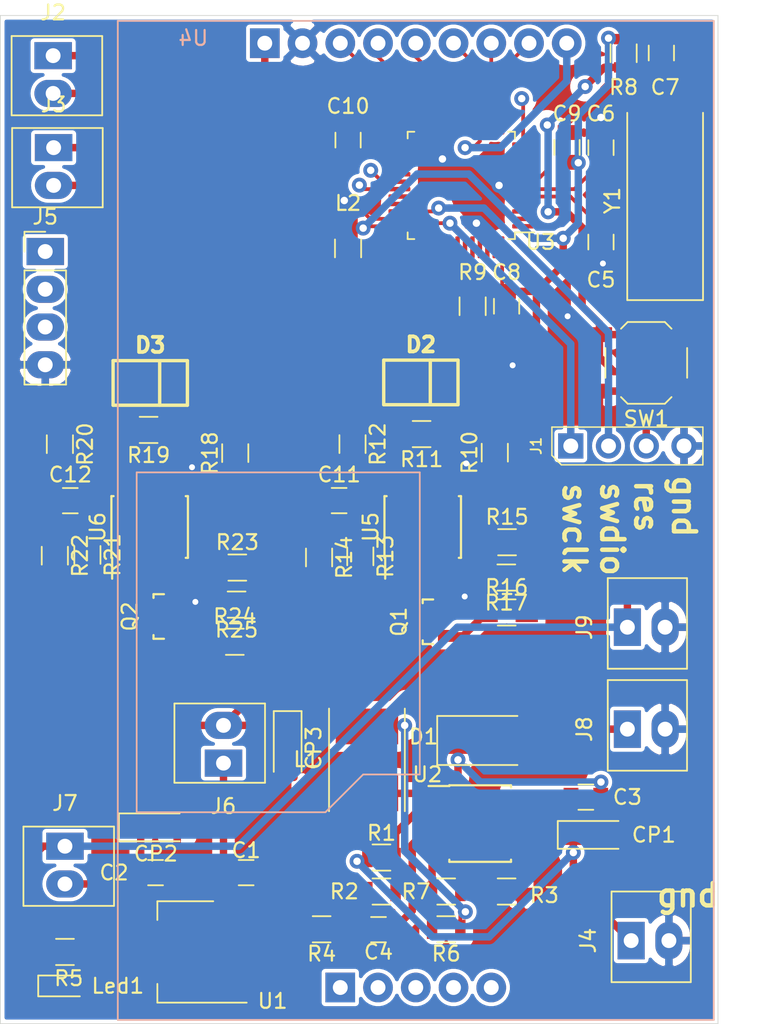
<source format=kicad_pcb>
(kicad_pcb (version 20171130) (host pcbnew "(5.1.2)-2")
  (layers (0 F.Cu signal) (31 B.Cu signal) (34 B.Paste user) (35 F.Paste user) (36 B.SilkS user) (37 F.SilkS user) (38 B.Mask user) (39 F.Mask user) (44 Edge.Cuts user))
  (net 0 "")
  (net 1 GND)
  (net 2 5v)
  (net 3 "Net-(C3-Pad2)")
  (net 4 "Net-(C3-Pad1)")
  (net 5 "Net-(C4-Pad1)")
  (net 6 "Net-(C4-Pad2)")
  (net 7 12v)
  (net 8 "Net-(Led1-Pad2)")
  (net 9 "Net-(R1-Pad2)")
  (net 10 "Net-(R3-Pad1)")
  (net 11 "Net-(R6-Pad2)")
  (net 12 3V3)
  (net 13 /Stm32f103c8tx/osc1)
  (net 14 /Stm32f103c8tx/osc2)
  (net 15 /Stm32f103c8tx/res)
  (net 16 /Stm32f103c8tx/SWCLK)
  (net 17 /Stm32f103c8tx/SWDIO)
  (net 18 "Net-(R9-Pad1)")
  (net 19 /RESET)
  (net 20 /RS)
  (net 21 /CS)
  (net 22 /LED)
  (net 23 /LCD-CLK)
  (net 24 /LCD-MISO)
  (net 25 /LCD-MOSI)
  (net 26 /Stm32f103c8tx/i2c1_sda)
  (net 27 /Stm32f103c8tx/i2c1_scl)
  (net 28 /Stm32f103c8tx/adc_1)
  (net 29 "Net-(C1-Pad1)")
  (net 30 "Net-(C2-Pad1)")
  (net 31 /rs485uart1/B)
  (net 32 /rs485uart1/A)
  (net 33 /rs485uart2/A)
  (net 34 /rs485uart2/B)
  (net 35 "Net-(L2-Pad2)")
  (net 36 "Net-(Q1-Pad3)")
  (net 37 "Net-(Q1-Pad1)")
  (net 38 "Net-(Q2-Pad1)")
  (net 39 "Net-(Q2-Pad3)")
  (net 40 "Net-(R13-Pad2)")
  (net 41 /rs485uart1/RS485-RX)
  (net 42 /rs485uart1/RS485-TX)
  (net 43 "Net-(R21-Pad2)")
  (net 44 /rs485uart2/RS485-RX)
  (net 45 /rs485uart2/RS485-TX)
  (net 46 "Net-(U3-Pad1)")
  (net 47 "Net-(U3-Pad2)")
  (net 48 "Net-(U3-Pad3)")
  (net 49 "Net-(U3-Pad4)")
  (net 50 "Net-(U3-Pad11)")
  (net 51 "Net-(U3-Pad18)")
  (net 52 "Net-(U3-Pad19)")
  (net 53 "Net-(U3-Pad25)")
  (net 54 "Net-(U3-Pad26)")
  (net 55 "Net-(U3-Pad27)")
  (net 56 "Net-(U3-Pad28)")
  (net 57 "Net-(U3-Pad29)")
  (net 58 "Net-(U3-Pad32)")
  (net 59 "Net-(U3-Pad33)")
  (net 60 "Net-(U3-Pad38)")
  (net 61 "Net-(U3-Pad39)")
  (net 62 "Net-(U3-Pad40)")
  (net 63 "Net-(U3-Pad41)")
  (net 64 "Net-(U3-Pad45)")
  (net 65 "Net-(U3-Pad46)")
  (net 66 "Net-(U4-Pad10)")
  (net 67 "Net-(U4-Pad11)")
  (net 68 "Net-(U4-Pad12)")
  (net 69 "Net-(U4-Pad13)")
  (net 70 "Net-(U4-Pad14)")
  (module phuong_kicad_lib:LCD_ILI9341_2.2inch (layer B.Cu) (at 109.982 122.682)
    (fp_text reference U4 (at 5.08 -66.04) (layer B.SilkS) (effects (justify mirror)))
    (fp_text value LCD_ILI9341_2.2inch)
    (pad 1 thru_hole rect (at 9.89 -65.7) (size 2 2) (drill 1) (layers *.Cu *.Mask) (net 12 3V3))
    (pad 2 thru_hole circle (at 12.43 -65.7) (size 2 2) (drill 1) (layers *.Cu *.Mask) (net 1 GND))
    (pad 3 thru_hole circle (at 14.97 -65.7) (size 2 2) (drill 1) (layers *.Cu *.Mask) (net 21 /CS))
    (pad 4 thru_hole circle (at 17.51 -65.7) (size 2 2) (drill 1) (layers *.Cu *.Mask) (net 19 /RESET))
    (pad 5 thru_hole circle (at 20.05 -65.7) (size 2 2) (drill 1) (layers *.Cu *.Mask) (net 20 /RS))
    (pad 6 thru_hole circle (at 22.59 -65.7) (size 2 2) (drill 1) (layers *.Cu *.Mask) (net 25 /LCD-MOSI))
    (pad 7 thru_hole circle (at 25.13 -65.7) (size 2 2) (drill 1) (layers *.Cu *.Mask) (net 23 /LCD-CLK))
    (pad 8 thru_hole circle (at 27.67 -65.7) (size 2 2) (drill 1) (layers *.Cu *.Mask) (net 22 /LED))
    (pad 9 thru_hole circle (at 30.21 -65.7) (size 2 2) (drill 1) (layers *.Cu *.Mask) (net 24 /LCD-MISO))
    (pad 10 thru_hole rect (at 14.97 -2.18) (size 2 2) (drill 1) (layers *.Cu *.Mask) (net 66 "Net-(U4-Pad10)"))
    (pad 11 thru_hole circle (at 17.51 -2.18) (size 2 2) (drill 1) (layers *.Cu *.Mask) (net 67 "Net-(U4-Pad11)"))
    (pad 12 thru_hole circle (at 20.05 -2.18) (size 2 2) (drill 1) (layers *.Cu *.Mask) (net 68 "Net-(U4-Pad12)"))
    (pad 13 thru_hole circle (at 22.59 -2.18) (size 2 2) (drill 1) (layers *.Cu *.Mask) (net 69 "Net-(U4-Pad13)"))
    (pad 14 thru_hole circle (at 25.13 -2.18) (size 2 2) (drill 1) (layers *.Cu *.Mask) (net 70 "Net-(U4-Pad14)"))
  )
  (module phuong_kicad_lib:Header-2pin-2.54-white (layer F.Cu) (at 105.664 64.008)
    (fp_text reference J3 (at 0 -2.8956) (layer F.SilkS))
    (fp_text value RS485_uart2)
    (pad 1 thru_hole rect (at 0 0) (size 2.524 1.824) (drill 1) (layers *.Cu *.Mask) (net 33 /rs485uart2/A))
    (pad 2 thru_hole oval (at 0 2.54) (size 2.524 1.824) (drill 1) (layers *.Cu *.Mask) (net 34 /rs485uart2/B))
  )
  (module phuong_kicad_lib:C_0805 (layer F.Cu) (at 118.618 112.776)
    (fp_text reference C1 (at 0 -1.5) (layer F.SilkS))
    (fp_text value 104)
    (pad 1 smd rect (at -1 0) (size 1 1.25) (layers F.Cu F.Paste F.Mask) (net 29 "Net-(C1-Pad1)"))
    (pad 2 smd rect (at 1 0) (size 1 1.25) (layers F.Cu F.Paste F.Mask) (net 1 GND))
  )
  (module phuong_kicad_lib:C_0805 (layer F.Cu) (at 112.522 112.776)
    (fp_text reference C2 (at -2.794 0) (layer F.SilkS))
    (fp_text value 104)
    (pad 2 smd rect (at 1 0) (size 1 1.25) (layers F.Cu F.Paste F.Mask) (net 1 GND))
    (pad 1 smd rect (at -1 0) (size 1 1.25) (layers F.Cu F.Paste F.Mask) (net 30 "Net-(C2-Pad1)"))
  )
  (module phuong_kicad_lib:C_0805 (layer F.Cu) (at 141.478 107.696)
    (fp_text reference C3 (at 2.794 0) (layer F.SilkS))
    (fp_text value 104)
    (pad 1 smd rect (at -1 0) (size 1 1.25) (layers F.Cu F.Paste F.Mask) (net 4 "Net-(C3-Pad1)"))
    (pad 2 smd rect (at 1 0) (size 1 1.25) (layers F.Cu F.Paste F.Mask) (net 3 "Net-(C3-Pad2)"))
  )
  (module phuong_kicad_lib:C_0805 (layer F.Cu) (at 127.524 116.611 180)
    (fp_text reference C4 (at 0 -1.5) (layer F.SilkS))
    (fp_text value 150p)
    (pad 2 smd rect (at 1 0 180) (size 1 1.25) (layers F.Cu F.Paste F.Mask) (net 6 "Net-(C4-Pad2)"))
    (pad 1 smd rect (at -1 0 180) (size 1 1.25) (layers F.Cu F.Paste F.Mask) (net 5 "Net-(C4-Pad1)"))
  )
  (module phuong_kicad_lib:C_0805 (layer F.Cu) (at 142.494 70.358 270)
    (fp_text reference C5 (at 2.54 0 180) (layer F.SilkS))
    (fp_text value 15p)
    (pad 2 smd rect (at 1 0 270) (size 1 1.25) (layers F.Cu F.Paste F.Mask) (net 1 GND))
    (pad 1 smd rect (at -1 0 270) (size 1 1.25) (layers F.Cu F.Paste F.Mask) (net 13 /Stm32f103c8tx/osc1))
  )
  (module phuong_kicad_lib:C_0805 (layer F.Cu) (at 142.494 64.008 90)
    (fp_text reference C6 (at 2.286 0 180) (layer F.SilkS))
    (fp_text value 15p)
    (pad 1 smd rect (at -1 0 90) (size 1 1.25) (layers F.Cu F.Paste F.Mask) (net 14 /Stm32f103c8tx/osc2))
    (pad 2 smd rect (at 1 0 90) (size 1 1.25) (layers F.Cu F.Paste F.Mask) (net 1 GND))
  )
  (module phuong_kicad_lib:C_0805 (layer F.Cu) (at 146.558 57.642 90)
    (fp_text reference C7 (at -2.302 0.254 180) (layer F.SilkS))
    (fp_text value 104)
    (pad 1 smd rect (at -1 0 90) (size 1 1.25) (layers F.Cu F.Paste F.Mask) (net 15 /Stm32f103c8tx/res))
    (pad 2 smd rect (at 1 0 90) (size 1 1.25) (layers F.Cu F.Paste F.Mask) (net 1 GND))
  )
  (module phuong_kicad_lib:C_0805 (layer F.Cu) (at 136.144 74.676 270)
    (fp_text reference C8 (at -2.286 0 180) (layer F.SilkS))
    (fp_text value 104)
    (pad 2 smd rect (at 1 0 270) (size 1 1.25) (layers F.Cu F.Paste F.Mask) (net 1 GND))
    (pad 1 smd rect (at -1 0 270) (size 1 1.25) (layers F.Cu F.Paste F.Mask) (net 12 3V3))
  )
  (module phuong_kicad_lib:C_0805 (layer F.Cu) (at 140.208 63.992 90)
    (fp_text reference C9 (at 2.27 0 180) (layer F.SilkS))
    (fp_text value 104)
    (pad 1 smd rect (at -1 0 90) (size 1 1.25) (layers F.Cu F.Paste F.Mask) (net 12 3V3))
    (pad 2 smd rect (at 1 0 90) (size 1 1.25) (layers F.Cu F.Paste F.Mask) (net 1 GND))
  )
  (module phuong_kicad_lib:C_0805 (layer F.Cu) (at 125.476 63.5 270)
    (fp_text reference C10 (at -2.286 0 180) (layer F.SilkS))
    (fp_text value 104)
    (pad 2 smd rect (at 1 0 270) (size 1 1.25) (layers F.Cu F.Paste F.Mask) (net 1 GND))
    (pad 1 smd rect (at -1 0 270) (size 1 1.25) (layers F.Cu F.Paste F.Mask) (net 12 3V3))
  )
  (module phuong_kicad_lib:CP_Tatanlum_1206_3216 (layer F.Cu) (at 142.0725 110.236)
    (fp_text reference CP1 (at 3.9775 0) (layer F.SilkS))
    (fp_text value 10uF)
    (pad 1 smd roundrect (at -1.4375 0) (size 1.575 1.35) (layers F.Cu F.Paste F.Mask) (roundrect_rratio 0.185185) (net 7 12v))
    (pad 2 smd roundrect (at 1.4375 0) (size 1.575 1.35) (layers F.Cu F.Paste F.Mask) (roundrect_rratio 0.185185) (net 1 GND))
  )
  (module phuong_kicad_lib:CP_Tatanlum_1206_3216 (layer F.Cu) (at 112.542 109.728)
    (fp_text reference CP2 (at 0 1.778) (layer F.SilkS))
    (fp_text value 10uF)
    (pad 2 smd roundrect (at 1.4375 0) (size 1.575 1.35) (layers F.Cu F.Paste F.Mask) (roundrect_rratio 0.185185) (net 1 GND))
    (pad 1 smd roundrect (at -1.4375 0) (size 1.575 1.35) (layers F.Cu F.Paste F.Mask) (roundrect_rratio 0.185185) (net 30 "Net-(C2-Pad1)"))
  )
  (module phuong_kicad_lib:CP_Tatanlum_1206_3216 (layer F.Cu) (at 121.412 104.394 270)
    (fp_text reference CP3 (at 0 -1.75 90) (layer F.SilkS))
    (fp_text value 20uF)
    (pad 1 smd roundrect (at -1.4375 0 270) (size 1.575 1.35) (layers F.Cu F.Paste F.Mask) (roundrect_rratio 0.185185) (net 2 5v))
    (pad 2 smd roundrect (at 1.4375 0 270) (size 1.575 1.35) (layers F.Cu F.Paste F.Mask) (roundrect_rratio 0.185185) (net 1 GND))
  )
  (module phuong_kicad_lib:D_SMA (layer F.Cu) (at 134.874 103.886)
    (fp_text reference D1 (at -4.318 -0.254) (layer F.SilkS))
    (fp_text value SS3x_SMA)
    (pad 1 smd rect (at -2 0) (size 2.5 1.8) (layers F.Cu F.Paste F.Mask) (net 3 "Net-(C3-Pad2)"))
    (pad 2 smd rect (at 2 0) (size 2.5 1.8) (layers F.Cu F.Paste F.Mask) (net 1 GND))
  )
  (module phuong_kicad_lib:Conn_Program (layer F.Cu) (at 140.462 84.074 90)
    (fp_text reference J1 (at 0 -2.33 90) (layer F.SilkS) (effects (font (size 0.7 0.7) (thickness 0.12))))
    (fp_text value Conn_Progam_Stm hide)
    (pad 1 thru_hole rect (at 0 0 90) (size 1.7 1.7) (drill 1) (layers *.Cu *.Mask) (net 16 /Stm32f103c8tx/SWCLK))
    (pad 2 thru_hole oval (at 0 2.54 90) (size 1.7 1.7) (drill 1) (layers *.Cu *.Mask) (net 17 /Stm32f103c8tx/SWDIO))
    (pad 3 thru_hole oval (at 0 5.08 90) (size 1.7 1.7) (drill 1) (layers *.Cu *.Mask) (net 15 /Stm32f103c8tx/res))
    (pad 4 thru_hole oval (at 0 7.62 90) (size 1.7 1.7) (drill 1) (layers *.Cu *.Mask) (net 1 GND))
  )
  (module phuong_kicad_lib:L_5D28_HandSoldering (layer F.Cu) (at 126.746 105.192 90)
    (fp_text reference L1 (at 0.036 -4.064 180) (layer F.SilkS))
    (fp_text value L_5D28)
    (pad 1 smd rect (at -2.25 0 90) (size 2.4 4.2) (layers F.Cu F.Paste F.Mask) (net 3 "Net-(C3-Pad2)"))
    (pad 2 smd rect (at 2.25 0 90) (size 2.4 4.2) (layers F.Cu F.Paste F.Mask) (net 2 5v))
  )
  (module ph_kicad_lib:L_0805_HandSoldering (layer F.Cu) (at 125.476 70.786 270)
    (fp_text reference L2 (at -3.048 0 180) (layer F.SilkS))
    (fp_text value 30ohm)
    (pad 2 smd rect (at 1.35 0 270) (size 1.5 1.3) (layers F.Cu F.Paste F.Mask) (net 35 "Net-(L2-Pad2)"))
    (pad 1 smd rect (at -1.35 0 270) (size 1.5 1.3) (layers F.Cu F.Paste F.Mask) (net 12 3V3))
  )
  (module phuong_kicad_lib:LED_0805 (layer F.Cu) (at 106.426 120.396)
    (fp_text reference Led1 (at 3.556 0) (layer F.SilkS))
    (fp_text value Led_0805)
    (pad 1 smd rect (at -1.1 0 180) (size 1.2 1.2) (layers F.Cu F.Paste F.Mask) (net 1 GND))
    (pad 2 smd rect (at 1.1 0 180) (size 1.2 1.2) (layers F.Cu F.Paste F.Mask) (net 8 "Net-(Led1-Pad2)"))
  )
  (module phuong_kicad_lib:R_0805 (layer F.Cu) (at 127.724 111.76)
    (fp_text reference R1 (at 0 -1.65) (layer F.SilkS))
    (fp_text value 100k)
    (pad 1 smd rect (at -0.95 0) (size 0.7 1.3) (layers F.Cu F.Paste F.Mask) (net 7 12v))
    (pad 2 smd rect (at 0.95 0) (size 0.7 1.3) (layers F.Cu F.Paste F.Mask) (net 9 "Net-(R1-Pad2)"))
  )
  (module phuong_kicad_lib:R_0805 (layer F.Cu) (at 127.724 114.046 180)
    (fp_text reference R2 (at 2.502 0) (layer F.SilkS))
    (fp_text value 24.9k)
    (pad 2 smd rect (at 0.95 0 180) (size 0.7 1.3) (layers F.Cu F.Paste F.Mask) (net 1 GND))
    (pad 1 smd rect (at -0.95 0 180) (size 0.7 1.3) (layers F.Cu F.Paste F.Mask) (net 9 "Net-(R1-Pad2)"))
  )
  (module phuong_kicad_lib:R_0805 (layer F.Cu) (at 136.144 114.046)
    (fp_text reference R3 (at 2.54 0.254) (layer F.SilkS))
    (fp_text value 62k)
    (pad 1 smd rect (at -0.95 0) (size 0.7 1.3) (layers F.Cu F.Paste F.Mask) (net 10 "Net-(R3-Pad1)"))
    (pad 2 smd rect (at 0.95 0) (size 0.7 1.3) (layers F.Cu F.Paste F.Mask) (net 1 GND))
  )
  (module phuong_kicad_lib:R_0805 (layer F.Cu) (at 123.698 116.586 180)
    (fp_text reference R4 (at 0 -1.65) (layer F.SilkS))
    (fp_text value 100k)
    (pad 2 smd rect (at 0.95 0 180) (size 0.7 1.3) (layers F.Cu F.Paste F.Mask) (net 1 GND))
    (pad 1 smd rect (at -0.95 0 180) (size 0.7 1.3) (layers F.Cu F.Paste F.Mask) (net 6 "Net-(C4-Pad2)"))
  )
  (module phuong_kicad_lib:R_0805 (layer F.Cu) (at 106.426 118.11)
    (fp_text reference R5 (at 0.254 1.778) (layer F.SilkS))
    (fp_text value 1k)
    (pad 1 smd rect (at -0.95 0) (size 0.7 1.3) (layers F.Cu F.Paste F.Mask) (net 12 3V3))
    (pad 2 smd rect (at 0.95 0) (size 0.7 1.3) (layers F.Cu F.Paste F.Mask) (net 8 "Net-(Led1-Pad2)"))
  )
  (module phuong_kicad_lib:R_0805 (layer F.Cu) (at 132.08 116.586 180)
    (fp_text reference R6 (at 0 -1.65) (layer F.SilkS))
    (fp_text value 210k)
    (pad 2 smd rect (at 0.95 0 180) (size 0.7 1.3) (layers F.Cu F.Paste F.Mask) (net 11 "Net-(R6-Pad2)"))
    (pad 1 smd rect (at -0.95 0 180) (size 0.7 1.3) (layers F.Cu F.Paste F.Mask) (net 2 5v))
  )
  (module phuong_kicad_lib:R_0805 (layer F.Cu) (at 132.08 114.046)
    (fp_text reference R7 (at -2.032 0) (layer F.SilkS))
    (fp_text value 40.2k)
    (pad 1 smd rect (at -0.95 0) (size 0.7 1.3) (layers F.Cu F.Paste F.Mask) (net 11 "Net-(R6-Pad2)"))
    (pad 2 smd rect (at 0.95 0) (size 0.7 1.3) (layers F.Cu F.Paste F.Mask) (net 1 GND))
  )
  (module phuong_kicad_lib:R_0805 (layer F.Cu) (at 144.018 57.658 270)
    (fp_text reference R8 (at 2.286 0 180) (layer F.SilkS))
    (fp_text value 10k)
    (pad 2 smd rect (at 0.95 0 270) (size 0.7 1.3) (layers F.Cu F.Paste F.Mask) (net 15 /Stm32f103c8tx/res))
    (pad 1 smd rect (at -0.95 0 270) (size 0.7 1.3) (layers F.Cu F.Paste F.Mask) (net 12 3V3))
  )
  (module phuong_kicad_lib:R_0805 (layer F.Cu) (at 133.858 74.676 270)
    (fp_text reference R9 (at -2.286 0 180) (layer F.SilkS))
    (fp_text value 10k)
    (pad 2 smd rect (at 0.95 0 270) (size 0.7 1.3) (layers F.Cu F.Paste F.Mask) (net 1 GND))
    (pad 1 smd rect (at -0.95 0 270) (size 0.7 1.3) (layers F.Cu F.Paste F.Mask) (net 18 "Net-(R9-Pad1)"))
  )
  (module ph_kicad_lib:BUTTON_TL3342 (layer F.Cu) (at 145.542 78.486 180)
    (fp_text reference SW1 (at 0 -3.75) (layer F.SilkS))
    (fp_text value Button_Push_TL3342)
    (pad 1 smd rect (at -3.15 -1.9 180) (size 1.7 1) (layers F.Cu F.Paste F.Mask) (net 1 GND))
    (pad 1 smd rect (at 3.15 -1.9 180) (size 1.7 1) (layers F.Cu F.Paste F.Mask) (net 1 GND))
    (pad 2 smd rect (at -3.15 1.9 180) (size 1.7 1) (layers F.Cu F.Paste F.Mask) (net 15 /Stm32f103c8tx/res))
    (pad 2 smd rect (at 3.15 1.9 180) (size 1.7 1) (layers F.Cu F.Paste F.Mask) (net 15 /Stm32f103c8tx/res))
  )
  (module ph_kicad_lib:SOT-223 (layer F.Cu) (at 114.554 118.11 180)
    (fp_text reference U1 (at -5.842 -3.302) (layer F.SilkS))
    (fp_text value ASM1117-3V3)
    (pad 4 smd rect (at 3.15 0 180) (size 2 3.8) (layers F.Cu F.Paste F.Mask) (net 30 "Net-(C2-Pad1)"))
    (pad 2 smd rect (at -3.15 0 180) (size 2 1.5) (layers F.Cu F.Paste F.Mask) (net 30 "Net-(C2-Pad1)"))
    (pad 3 smd rect (at -3.15 2.3 180) (size 2 1.5) (layers F.Cu F.Paste F.Mask) (net 29 "Net-(C1-Pad1)"))
    (pad 1 smd rect (at -3.15 -2.3 180) (size 2 1.5) (layers F.Cu F.Paste F.Mask) (net 1 GND))
  )
  (module phuong_kicad_lib:SOIC-8_3.9x4.9mm_Pitch1.27mm (layer F.Cu) (at 134.366 109.474)
    (fp_text reference U2 (at -3.556 -3.302) (layer F.SilkS))
    (fp_text value MP1584)
    (pad 1 smd rect (at -2.7 -1.905) (size 1.7 0.7) (layers F.Cu F.Paste F.Mask) (net 3 "Net-(C3-Pad2)"))
    (pad 2 smd rect (at -2.7 -0.635) (size 1.7 0.7) (layers F.Cu F.Paste F.Mask) (net 9 "Net-(R1-Pad2)"))
    (pad 3 smd rect (at -2.7 0.635) (size 1.7 0.7) (layers F.Cu F.Paste F.Mask) (net 5 "Net-(C4-Pad1)"))
    (pad 4 smd rect (at -2.7 1.905) (size 1.7 0.7) (layers F.Cu F.Paste F.Mask) (net 11 "Net-(R6-Pad2)"))
    (pad 5 smd rect (at 2.7 1.905) (size 1.7 0.7) (layers F.Cu F.Paste F.Mask) (net 1 GND))
    (pad 6 smd rect (at 2.7 0.635) (size 1.7 0.7) (layers F.Cu F.Paste F.Mask) (net 10 "Net-(R3-Pad1)"))
    (pad 7 smd rect (at 2.7 -0.635) (size 1.7 0.7) (layers F.Cu F.Paste F.Mask) (net 7 12v))
    (pad 8 smd rect (at 2.7 -1.905) (size 1.7 0.7) (layers F.Cu F.Paste F.Mask) (net 4 "Net-(C3-Pad1)"))
  )
  (module phuong_kicad_lib:LQFP-48_7x7mm_P0.5mm (layer F.Cu) (at 133.096 66.548 180)
    (fp_text reference U3 (at -5.334 -3.81) (layer F.SilkS))
    (fp_text value Stm32f103c8x)
    (pad 1 smd roundrect (at -4.1625 -2.75 180) (size 1.475 0.3) (layers F.Cu F.Paste F.Mask) (net 46 "Net-(U3-Pad1)"))
    (pad 2 smd roundrect (at -4.1625 -2.25 180) (size 1.475 0.3) (layers F.Cu F.Paste F.Mask) (net 47 "Net-(U3-Pad2)"))
    (pad 3 smd roundrect (at -4.1625 -1.75 180) (size 1.475 0.3) (layers F.Cu F.Paste F.Mask) (net 48 "Net-(U3-Pad3)"))
    (pad 4 smd roundrect (at -4.1625 -1.25 180) (size 1.475 0.3) (layers F.Cu F.Paste F.Mask) (net 49 "Net-(U3-Pad4)"))
    (pad 5 smd roundrect (at -4.1625 -0.75 180) (size 1.475 0.3) (layers F.Cu F.Paste F.Mask) (net 13 /Stm32f103c8tx/osc1))
    (pad 6 smd roundrect (at -4.1625 -0.25 180) (size 1.475 0.3) (layers F.Cu F.Paste F.Mask) (net 14 /Stm32f103c8tx/osc2))
    (pad 7 smd roundrect (at -4.1625 0.25 180) (size 1.475 0.3) (layers F.Cu F.Paste F.Mask) (net 15 /Stm32f103c8tx/res))
    (pad 8 smd roundrect (at -4.1625 0.75 180) (size 1.475 0.3) (layers F.Cu F.Paste F.Mask) (net 1 GND))
    (pad 9 smd roundrect (at -4.1625 1.25 180) (size 1.475 0.3) (layers F.Cu F.Paste F.Mask) (net 35 "Net-(L2-Pad2)"))
    (pad 10 smd roundrect (at -4.1625 1.75 180) (size 1.475 0.3) (layers F.Cu F.Paste F.Mask) (net 28 /Stm32f103c8tx/adc_1))
    (pad 11 smd roundrect (at -4.1625 2.25 180) (size 1.475 0.3) (layers F.Cu F.Paste F.Mask) (net 50 "Net-(U3-Pad11)"))
    (pad 12 smd roundrect (at -4.1625 2.75 180) (size 1.475 0.3) (layers F.Cu F.Paste F.Mask) (net 45 /rs485uart2/RS485-TX))
    (pad 13 smd roundrect (at -2.75 4.1625 180) (size 0.3 1.475) (layers F.Cu F.Paste F.Mask) (net 44 /rs485uart2/RS485-RX))
    (pad 14 smd roundrect (at -2.25 4.1625 180) (size 0.3 1.475) (layers F.Cu F.Paste F.Mask) (net 22 /LED))
    (pad 15 smd roundrect (at -1.75 4.1625 180) (size 0.3 1.475) (layers F.Cu F.Paste F.Mask) (net 23 /LCD-CLK))
    (pad 16 smd roundrect (at -1.25 4.1625 180) (size 0.3 1.475) (layers F.Cu F.Paste F.Mask) (net 24 /LCD-MISO))
    (pad 17 smd roundrect (at -0.75 4.1625 180) (size 0.3 1.475) (layers F.Cu F.Paste F.Mask) (net 25 /LCD-MOSI))
    (pad 18 smd roundrect (at -0.25 4.1625 180) (size 0.3 1.475) (layers F.Cu F.Paste F.Mask) (net 51 "Net-(U3-Pad18)"))
    (pad 19 smd roundrect (at 0.25 4.1625 180) (size 0.3 1.475) (layers F.Cu F.Paste F.Mask) (net 52 "Net-(U3-Pad19)"))
    (pad 20 smd roundrect (at 0.75 4.1625 180) (size 0.3 1.475) (layers F.Cu F.Paste F.Mask) (net 20 /RS))
    (pad 21 smd roundrect (at 1.25 4.1625 180) (size 0.3 1.475) (layers F.Cu F.Paste F.Mask) (net 19 /RESET))
    (pad 22 smd roundrect (at 1.75 4.1625 180) (size 0.3 1.475) (layers F.Cu F.Paste F.Mask) (net 21 /CS))
    (pad 23 smd roundrect (at 2.25 4.1625 180) (size 0.3 1.475) (layers F.Cu F.Paste F.Mask) (net 1 GND))
    (pad 24 smd roundrect (at 2.75 4.1625 180) (size 0.3 1.475) (layers F.Cu F.Paste F.Mask) (net 12 3V3))
    (pad 25 smd roundrect (at 4.1625 2.75 180) (size 1.475 0.3) (layers F.Cu F.Paste F.Mask) (net 53 "Net-(U3-Pad25)"))
    (pad 26 smd roundrect (at 4.1625 2.25 180) (size 1.475 0.3) (layers F.Cu F.Paste F.Mask) (net 54 "Net-(U3-Pad26)"))
    (pad 27 smd roundrect (at 4.1625 1.75 180) (size 1.475 0.3) (layers F.Cu F.Paste F.Mask) (net 55 "Net-(U3-Pad27)"))
    (pad 28 smd roundrect (at 4.1625 1.25 180) (size 1.475 0.3) (layers F.Cu F.Paste F.Mask) (net 56 "Net-(U3-Pad28)"))
    (pad 29 smd roundrect (at 4.1625 0.75 180) (size 1.475 0.3) (layers F.Cu F.Paste F.Mask) (net 57 "Net-(U3-Pad29)"))
    (pad 30 smd roundrect (at 4.1625 0.25 180) (size 1.475 0.3) (layers F.Cu F.Paste F.Mask) (net 42 /rs485uart1/RS485-TX))
    (pad 31 smd roundrect (at 4.1625 -0.25 180) (size 1.475 0.3) (layers F.Cu F.Paste F.Mask) (net 41 /rs485uart1/RS485-RX))
    (pad 32 smd roundrect (at 4.1625 -0.75 180) (size 1.475 0.3) (layers F.Cu F.Paste F.Mask) (net 58 "Net-(U3-Pad32)"))
    (pad 33 smd roundrect (at 4.1625 -1.25 180) (size 1.475 0.3) (layers F.Cu F.Paste F.Mask) (net 59 "Net-(U3-Pad33)"))
    (pad 34 smd roundrect (at 4.1625 -1.75 180) (size 1.475 0.3) (layers F.Cu F.Paste F.Mask) (net 17 /Stm32f103c8tx/SWDIO))
    (pad 35 smd roundrect (at 4.1625 -2.25 180) (size 1.475 0.3) (layers F.Cu F.Paste F.Mask) (net 1 GND))
    (pad 36 smd roundrect (at 4.1625 -2.75 180) (size 1.475 0.3) (layers F.Cu F.Paste F.Mask) (net 12 3V3))
    (pad 37 smd roundrect (at 2.75 -4.1625 180) (size 0.3 1.475) (layers F.Cu F.Paste F.Mask) (net 16 /Stm32f103c8tx/SWCLK))
    (pad 38 smd roundrect (at 2.25 -4.1625 180) (size 0.3 1.475) (layers F.Cu F.Paste F.Mask) (net 60 "Net-(U3-Pad38)"))
    (pad 39 smd roundrect (at 1.75 -4.1625 180) (size 0.3 1.475) (layers F.Cu F.Paste F.Mask) (net 61 "Net-(U3-Pad39)"))
    (pad 40 smd roundrect (at 1.25 -4.1625 180) (size 0.3 1.475) (layers F.Cu F.Paste F.Mask) (net 62 "Net-(U3-Pad40)"))
    (pad 41 smd roundrect (at 0.75 -4.1625 180) (size 0.3 1.475) (layers F.Cu F.Paste F.Mask) (net 63 "Net-(U3-Pad41)"))
    (pad 42 smd roundrect (at 0.25 -4.1625 180) (size 0.3 1.475) (layers F.Cu F.Paste F.Mask) (net 27 /Stm32f103c8tx/i2c1_scl))
    (pad 43 smd roundrect (at -0.25 -4.1625 180) (size 0.3 1.475) (layers F.Cu F.Paste F.Mask) (net 26 /Stm32f103c8tx/i2c1_sda))
    (pad 44 smd roundrect (at -0.75 -4.1625 180) (size 0.3 1.475) (layers F.Cu F.Paste F.Mask) (net 18 "Net-(R9-Pad1)"))
    (pad 45 smd roundrect (at -1.25 -4.1625 180) (size 0.3 1.475) (layers F.Cu F.Paste F.Mask) (net 64 "Net-(U3-Pad45)"))
    (pad 46 smd roundrect (at -1.75 -4.1625 180) (size 0.3 1.475) (layers F.Cu F.Paste F.Mask) (net 65 "Net-(U3-Pad46)"))
    (pad 47 smd roundrect (at -2.25 -4.1625 180) (size 0.3 1.475) (layers F.Cu F.Paste F.Mask) (net 1 GND))
    (pad 48 smd roundrect (at -2.75 -4.1625 180) (size 0.3 1.475) (layers F.Cu F.Paste F.Mask) (net 12 3V3))
  )
  (module phuong_kicad_lib:Crystal_HC49-S (layer F.Cu) (at 146.812 67.564 90)
    (fp_text reference Y1 (at 0 -3.55 90) (layer F.SilkS))
    (fp_text value Crystal-Mhz)
    (pad 2 smd rect (at 4.25 0 90) (size 4.624 2) (layers F.Cu F.Paste F.Mask) (net 14 /Stm32f103c8tx/osc2))
    (pad 1 smd rect (at -4.25 0 90) (size 4.624 2) (layers F.Cu F.Paste F.Mask) (net 13 /Stm32f103c8tx/osc1))
  )
  (module phuong_kicad_lib:Header-4pin-2.54 (layer F.Cu) (at 105.1 70.995)
    (fp_text reference J5 (at 0 -2.33) (layer F.SilkS))
    (fp_text value I2C_Port)
    (pad 1 thru_hole rect (at 0 0) (size 2.524 1.824) (drill 1) (layers *.Cu *.Mask) (net 12 3V3))
    (pad 2 thru_hole oval (at 0 2.54) (size 2.524 1.824) (drill 1) (layers *.Cu *.Mask) (net 26 /Stm32f103c8tx/i2c1_sda))
    (pad 3 thru_hole oval (at 0 5.08) (size 2.524 1.824) (drill 1) (layers *.Cu *.Mask) (net 27 /Stm32f103c8tx/i2c1_scl))
    (pad 4 thru_hole oval (at 0 7.62) (size 2.524 1.824) (drill 1) (layers *.Cu *.Mask) (net 1 GND))
  )
  (module ph_kicad_lib:C_0805_HandSoldering (layer F.Cu) (at 124.875 87.75)
    (fp_text reference C11 (at 0 -1.75) (layer F.SilkS))
    (fp_text value 104)
    (pad 1 smd rect (at -1.25 0) (size 1.5 1.25) (layers F.Cu F.Paste F.Mask) (net 1 GND))
    (pad 2 smd rect (at 1.25 0) (size 1.5 1.25) (layers F.Cu F.Paste F.Mask) (net 2 5v))
  )
  (module ph_kicad_lib:C_0805_HandSoldering (layer F.Cu) (at 106.785 87.755)
    (fp_text reference C12 (at 0 -1.75) (layer F.SilkS))
    (fp_text value 104)
    (pad 2 smd rect (at 1.25 0) (size 1.5 1.25) (layers F.Cu F.Paste F.Mask) (net 2 5v))
    (pad 1 smd rect (at -1.25 0) (size 1.5 1.25) (layers F.Cu F.Paste F.Mask) (net 1 GND))
  )
  (module "ph_kicad_lib:DO-214AC(SMA)" (layer F.Cu) (at 130.375 79.8 180)
    (fp_text reference D2 (at 0 2.54) (layer F.SilkS) (effects (font (size 1.016 1.016) (thickness 0.254))))
    (fp_text value D_TVS hide)
    (pad 2 smd rect (at 2.15 0 180) (size 2.65 1.75) (layers F.Cu F.Paste F.Mask) (net 31 /rs485uart1/B))
    (pad 1 smd rect (at -2.15 0 180) (size 2.65 1.75) (layers F.Cu F.Paste F.Mask) (net 32 /rs485uart1/A))
  )
  (module "ph_kicad_lib:DO-214AC(SMA)" (layer F.Cu) (at 112.165 79.835 180)
    (fp_text reference D3 (at 0 2.54) (layer F.SilkS) (effects (font (size 1.016 1.016) (thickness 0.254))))
    (fp_text value D_TVS hide)
    (pad 1 smd rect (at -2.15 0 180) (size 2.65 1.75) (layers F.Cu F.Paste F.Mask) (net 33 /rs485uart2/A))
    (pad 2 smd rect (at 2.15 0 180) (size 2.65 1.75) (layers F.Cu F.Paste F.Mask) (net 34 /rs485uart2/B))
  )
  (module phuong_kicad_lib:Header-2pin-2.54-white (layer F.Cu) (at 105.63 57.82)
    (fp_text reference J2 (at 0 -2.8956) (layer F.SilkS))
    (fp_text value RS485_uart1)
    (pad 2 thru_hole oval (at 0 2.54) (size 2.524 1.824) (drill 1) (layers *.Cu *.Mask) (net 31 /rs485uart1/B))
    (pad 1 thru_hole rect (at 0 0) (size 2.524 1.824) (drill 1) (layers *.Cu *.Mask) (net 32 /rs485uart1/A))
  )
  (module phuong_kicad_lib:Header-2pin-2.54-white (layer F.Cu) (at 144.526 117.348 90)
    (fp_text reference J4 (at 0 -2.8956 90) (layer F.SilkS))
    (fp_text value Conn_01x02_power)
    (pad 1 thru_hole rect (at 0 0 90) (size 2.524 1.824) (drill 1) (layers *.Cu *.Mask) (net 7 12v))
    (pad 2 thru_hole oval (at 0 2.54 90) (size 2.524 1.824) (drill 1) (layers *.Cu *.Mask) (net 1 GND))
  )
  (module phuong_kicad_lib:Header-2pin-2.54-white (layer F.Cu) (at 117.094 105.41 180)
    (fp_text reference J6 (at 0 -2.8956) (layer F.SilkS))
    (fp_text value "5v lock")
    (pad 1 thru_hole rect (at 0 0 180) (size 2.524 1.824) (drill 1) (layers *.Cu *.Mask) (net 29 "Net-(C1-Pad1)"))
    (pad 2 thru_hole oval (at 0 2.54 180) (size 2.524 1.824) (drill 1) (layers *.Cu *.Mask) (net 2 5v))
  )
  (module phuong_kicad_lib:Header-2pin-2.54-white (layer F.Cu) (at 106.426 110.998)
    (fp_text reference J7 (at 0 -2.8956) (layer F.SilkS))
    (fp_text value "3v3 lock")
    (pad 2 thru_hole oval (at 0 2.54) (size 2.524 1.824) (drill 1) (layers *.Cu *.Mask) (net 30 "Net-(C2-Pad1)"))
    (pad 1 thru_hole rect (at 0 0) (size 2.524 1.824) (drill 1) (layers *.Cu *.Mask) (net 12 3V3))
  )
  (module phuong_kicad_lib:Header-2pin-2.54-white (layer F.Cu) (at 144.272 103.124 90)
    (fp_text reference J8 (at 0 -2.8956 90) (layer F.SilkS))
    (fp_text value Conn_01x02_power)
    (pad 1 thru_hole rect (at 0 0 90) (size 2.524 1.824) (drill 1) (layers *.Cu *.Mask) (net 2 5v))
    (pad 2 thru_hole oval (at 0 2.54 90) (size 2.524 1.824) (drill 1) (layers *.Cu *.Mask) (net 1 GND))
  )
  (module phuong_kicad_lib:Header-2pin-2.54-white (layer F.Cu) (at 144.272 96.266 90)
    (fp_text reference J9 (at 0 -2.8956 90) (layer F.SilkS))
    (fp_text value Conn_01x02_power)
    (pad 2 thru_hole oval (at 0 2.54 90) (size 2.524 1.824) (drill 1) (layers *.Cu *.Mask) (net 1 GND))
    (pad 1 thru_hole rect (at 0 0 90) (size 2.524 1.824) (drill 1) (layers *.Cu *.Mask) (net 12 3V3))
  )
  (module ph_kicad_lib:SOT-23 (layer F.Cu) (at 131.15 95.9 90)
    (fp_text reference Q1 (at 0 -2.25 90) (layer F.SilkS))
    (fp_text value C1815_SOT23)
    (pad 3 smd rect (at 0 -1 90) (size 0.8001 1.254) (layers F.Cu F.Paste F.Mask) (net 36 "Net-(Q1-Pad3)"))
    (pad 2 smd rect (at 0.95 1.00076 90) (size 0.8001 1.254) (layers F.Cu F.Paste F.Mask) (net 1 GND))
    (pad 1 smd rect (at -0.95 1.00076 90) (size 0.8001 1.254) (layers F.Cu F.Paste F.Mask) (net 37 "Net-(Q1-Pad1)"))
  )
  (module ph_kicad_lib:SOT-23 (layer F.Cu) (at 113.035 95.545 90)
    (fp_text reference Q2 (at 0 -2.25 90) (layer F.SilkS))
    (fp_text value C1815_SOT23)
    (pad 1 smd rect (at -0.95 1.00076 90) (size 0.8001 1.254) (layers F.Cu F.Paste F.Mask) (net 38 "Net-(Q2-Pad1)"))
    (pad 2 smd rect (at 0.95 1.00076 90) (size 0.8001 1.254) (layers F.Cu F.Paste F.Mask) (net 1 GND))
    (pad 3 smd rect (at 0 -1 90) (size 0.8001 1.254) (layers F.Cu F.Paste F.Mask) (net 39 "Net-(Q2-Pad3)"))
  )
  (module ph_kicad_lib:R_0805_HandSoldering (layer F.Cu) (at 135.35 84.525 90)
    (fp_text reference R10 (at 0 -1.7 90) (layer F.SilkS))
    (fp_text value 10K)
    (pad 2 smd rect (at 1.35 0 90) (size 1.5 1.3) (layers F.Cu F.Paste F.Mask) (net 32 /rs485uart1/A))
    (pad 1 smd rect (at -1.35 0 90) (size 1.5 1.3) (layers F.Cu F.Paste F.Mask) (net 2 5v))
  )
  (module ph_kicad_lib:R_0805_HandSoldering (layer F.Cu) (at 130.425 83.275 180)
    (fp_text reference R11 (at 0 -1.7) (layer F.SilkS))
    (fp_text value 2.2k)
    (pad 1 smd rect (at -1.35 0 180) (size 1.5 1.3) (layers F.Cu F.Paste F.Mask) (net 32 /rs485uart1/A))
    (pad 2 smd rect (at 1.35 0 180) (size 1.5 1.3) (layers F.Cu F.Paste F.Mask) (net 31 /rs485uart1/B))
  )
  (module ph_kicad_lib:R_0805_HandSoldering (layer F.Cu) (at 125.775 83.95 270)
    (fp_text reference R12 (at 0 -1.7 90) (layer F.SilkS))
    (fp_text value 10K)
    (pad 1 smd rect (at -1.35 0 270) (size 1.5 1.3) (layers F.Cu F.Paste F.Mask) (net 31 /rs485uart1/B))
    (pad 2 smd rect (at 1.35 0 270) (size 1.5 1.3) (layers F.Cu F.Paste F.Mask) (net 1 GND))
  )
  (module ph_kicad_lib:R_0805_HandSoldering (layer F.Cu) (at 126.3 91.5 270)
    (fp_text reference R13 (at 0 -1.7 90) (layer F.SilkS))
    (fp_text value 10k)
    (pad 1 smd rect (at -1.35 0 270) (size 1.5 1.3) (layers F.Cu F.Paste F.Mask) (net 2 5v))
    (pad 2 smd rect (at 1.35 0 270) (size 1.5 1.3) (layers F.Cu F.Paste F.Mask) (net 40 "Net-(R13-Pad2)"))
  )
  (module ph_kicad_lib:R_0805_HandSoldering (layer F.Cu) (at 123.525 91.575 270)
    (fp_text reference R14 (at 0 -1.7 90) (layer F.SilkS))
    (fp_text value 10k)
    (pad 2 smd rect (at 1.35 0 270) (size 1.5 1.3) (layers F.Cu F.Paste F.Mask) (net 36 "Net-(Q1-Pad3)"))
    (pad 1 smd rect (at -1.35 0 270) (size 1.5 1.3) (layers F.Cu F.Paste F.Mask) (net 2 5v))
  )
  (module ph_kicad_lib:R_0805_HandSoldering (layer F.Cu) (at 136.175 90.55)
    (fp_text reference R15 (at 0 -1.7) (layer F.SilkS))
    (fp_text value 4k7)
    (pad 1 smd rect (at -1.35 0) (size 1.5 1.3) (layers F.Cu F.Paste F.Mask) (net 40 "Net-(R13-Pad2)"))
    (pad 2 smd rect (at 1.35 0) (size 1.5 1.3) (layers F.Cu F.Paste F.Mask) (net 41 /rs485uart1/RS485-RX))
  )
  (module ph_kicad_lib:R_0805_HandSoldering (layer F.Cu) (at 136.15 95.275)
    (fp_text reference R16 (at 0 -1.7) (layer F.SilkS))
    (fp_text value 2.2k)
    (pad 2 smd rect (at 1.35 0) (size 1.5 1.3) (layers F.Cu F.Paste F.Mask) (net 42 /rs485uart1/RS485-TX))
    (pad 1 smd rect (at -1.35 0) (size 1.5 1.3) (layers F.Cu F.Paste F.Mask) (net 37 "Net-(Q1-Pad1)"))
  )
  (module ph_kicad_lib:R_0805_HandSoldering (layer F.Cu) (at 136.125 92.925 180)
    (fp_text reference R17 (at 0 -1.7) (layer F.SilkS))
    (fp_text value 10k)
    (pad 1 smd rect (at -1.35 0 180) (size 1.5 1.3) (layers F.Cu F.Paste F.Mask) (net 41 /rs485uart1/RS485-RX))
    (pad 2 smd rect (at 1.35 0 180) (size 1.5 1.3) (layers F.Cu F.Paste F.Mask) (net 1 GND))
  )
  (module ph_kicad_lib:R_0805_HandSoldering (layer F.Cu) (at 117.885 84.555 90)
    (fp_text reference R18 (at 0 -1.7 90) (layer F.SilkS))
    (fp_text value 10K)
    (pad 1 smd rect (at -1.35 0 90) (size 1.5 1.3) (layers F.Cu F.Paste F.Mask) (net 2 5v))
    (pad 2 smd rect (at 1.35 0 90) (size 1.5 1.3) (layers F.Cu F.Paste F.Mask) (net 33 /rs485uart2/A))
  )
  (module ph_kicad_lib:R_0805_HandSoldering (layer F.Cu) (at 112.055 82.995 180)
    (fp_text reference R19 (at 0 -1.7) (layer F.SilkS))
    (fp_text value 2.2k)
    (pad 2 smd rect (at 1.35 0 180) (size 1.5 1.3) (layers F.Cu F.Paste F.Mask) (net 34 /rs485uart2/B))
    (pad 1 smd rect (at -1.35 0 180) (size 1.5 1.3) (layers F.Cu F.Paste F.Mask) (net 33 /rs485uart2/A))
  )
  (module ph_kicad_lib:R_0805_HandSoldering (layer F.Cu) (at 106.085 83.955 270)
    (fp_text reference R20 (at 0 -1.7 90) (layer F.SilkS))
    (fp_text value 10K)
    (pad 2 smd rect (at 1.35 0 270) (size 1.5 1.3) (layers F.Cu F.Paste F.Mask) (net 1 GND))
    (pad 1 smd rect (at -1.35 0 270) (size 1.5 1.3) (layers F.Cu F.Paste F.Mask) (net 34 /rs485uart2/B))
  )
  (module ph_kicad_lib:R_0805_HandSoldering (layer F.Cu) (at 107.935 91.405 270)
    (fp_text reference R21 (at 0 -1.7 90) (layer F.SilkS))
    (fp_text value 10k)
    (pad 1 smd rect (at -1.35 0 270) (size 1.5 1.3) (layers F.Cu F.Paste F.Mask) (net 2 5v))
    (pad 2 smd rect (at 1.35 0 270) (size 1.5 1.3) (layers F.Cu F.Paste F.Mask) (net 43 "Net-(R21-Pad2)"))
  )
  (module ph_kicad_lib:R_0805_HandSoldering (layer F.Cu) (at 105.745 91.455 270)
    (fp_text reference R22 (at 0 -1.7 90) (layer F.SilkS))
    (fp_text value 10k)
    (pad 2 smd rect (at 1.35 0 270) (size 1.5 1.3) (layers F.Cu F.Paste F.Mask) (net 39 "Net-(Q2-Pad3)"))
    (pad 1 smd rect (at -1.35 0 270) (size 1.5 1.3) (layers F.Cu F.Paste F.Mask) (net 2 5v))
  )
  (module ph_kicad_lib:R_0805_HandSoldering (layer F.Cu) (at 118.025 92.255)
    (fp_text reference R23 (at 0 -1.7) (layer F.SilkS))
    (fp_text value 4k7)
    (pad 2 smd rect (at 1.35 0) (size 1.5 1.3) (layers F.Cu F.Paste F.Mask) (net 44 /rs485uart2/RS485-RX))
    (pad 1 smd rect (at -1.35 0) (size 1.5 1.3) (layers F.Cu F.Paste F.Mask) (net 43 "Net-(R21-Pad2)"))
  )
  (module ph_kicad_lib:R_0805_HandSoldering (layer F.Cu) (at 117.855 97.245)
    (fp_text reference R24 (at 0 -1.7) (layer F.SilkS))
    (fp_text value 2.2k)
    (pad 2 smd rect (at 1.35 0) (size 1.5 1.3) (layers F.Cu F.Paste F.Mask) (net 45 /rs485uart2/RS485-TX))
    (pad 1 smd rect (at -1.35 0) (size 1.5 1.3) (layers F.Cu F.Paste F.Mask) (net 38 "Net-(Q2-Pad1)"))
  )
  (module ph_kicad_lib:R_0805_HandSoldering (layer F.Cu) (at 117.975 94.745 180)
    (fp_text reference R25 (at 0 -1.7) (layer F.SilkS))
    (fp_text value 10k)
    (pad 1 smd rect (at -1.35 0 180) (size 1.5 1.3) (layers F.Cu F.Paste F.Mask) (net 44 /rs485uart2/RS485-RX))
    (pad 2 smd rect (at 1.35 0 180) (size 1.5 1.3) (layers F.Cu F.Paste F.Mask) (net 1 GND))
  )
  (module ph_kicad_lib:SOIC-8_3.9x4.9mm_Pitch1.27mm (layer F.Cu) (at 130.5 89.525 90)
    (fp_text reference U5 (at 0 -3.5 90) (layer F.SilkS))
    (fp_text value MAX485_SMD)
    (pad 1 smd rect (at -2.7 -1.905 90) (size 1.7 0.7) (layers F.Cu F.Paste F.Mask) (net 40 "Net-(R13-Pad2)"))
    (pad 2 smd rect (at -2.7 -0.635 90) (size 1.7 0.7) (layers F.Cu F.Paste F.Mask) (net 36 "Net-(Q1-Pad3)"))
    (pad 3 smd rect (at -2.7 0.635 90) (size 1.7 0.7) (layers F.Cu F.Paste F.Mask) (net 36 "Net-(Q1-Pad3)"))
    (pad 4 smd rect (at -2.7 1.905 90) (size 1.7 0.7) (layers F.Cu F.Paste F.Mask) (net 1 GND))
    (pad 5 smd rect (at 2.7 1.905 90) (size 1.7 0.7) (layers F.Cu F.Paste F.Mask) (net 1 GND))
    (pad 6 smd rect (at 2.7 0.635 90) (size 1.7 0.7) (layers F.Cu F.Paste F.Mask) (net 32 /rs485uart1/A))
    (pad 7 smd rect (at 2.7 -0.635 90) (size 1.7 0.7) (layers F.Cu F.Paste F.Mask) (net 31 /rs485uart1/B))
    (pad 8 smd rect (at 2.7 -1.905 90) (size 1.7 0.7) (layers F.Cu F.Paste F.Mask) (net 2 5v))
  )
  (module ph_kicad_lib:SOIC-8_3.9x4.9mm_Pitch1.27mm (layer F.Cu) (at 112.125 89.525 90)
    (fp_text reference U6 (at 0 -3.5 90) (layer F.SilkS))
    (fp_text value MAX485_SMD)
    (pad 8 smd rect (at 2.7 -1.905 90) (size 1.7 0.7) (layers F.Cu F.Paste F.Mask) (net 2 5v))
    (pad 7 smd rect (at 2.7 -0.635 90) (size 1.7 0.7) (layers F.Cu F.Paste F.Mask) (net 34 /rs485uart2/B))
    (pad 6 smd rect (at 2.7 0.635 90) (size 1.7 0.7) (layers F.Cu F.Paste F.Mask) (net 33 /rs485uart2/A))
    (pad 5 smd rect (at 2.7 1.905 90) (size 1.7 0.7) (layers F.Cu F.Paste F.Mask) (net 1 GND))
    (pad 4 smd rect (at -2.7 1.905 90) (size 1.7 0.7) (layers F.Cu F.Paste F.Mask) (net 1 GND))
    (pad 3 smd rect (at -2.7 0.635 90) (size 1.7 0.7) (layers F.Cu F.Paste F.Mask) (net 39 "Net-(Q2-Pad3)"))
    (pad 2 smd rect (at -2.7 -0.635 90) (size 1.7 0.7) (layers F.Cu F.Paste F.Mask) (net 39 "Net-(Q2-Pad3)"))
    (pad 1 smd rect (at -2.7 -1.905 90) (size 1.7 0.7) (layers F.Cu F.Paste F.Mask) (net 43 "Net-(R21-Pad2)"))
  )
  (gr_text "gnd\n" (at 148.336 114.3) (layer F.SilkS) (effects (font (size 1.5 1.5) (thickness 0.3))))
  (gr_text swdio (at 143.256 89.662 270) (layer F.SilkS) (effects (font (size 1.5 1.5) (thickness 0.3))))
  (gr_text "res\n" (at 145.542 88.138 270) (layer F.SilkS) (effects (font (size 1.5 1.5) (thickness 0.3))))
  (gr_text swclk (at 140.716 89.662 270) (layer F.SilkS) (effects (font (size 1.5 1.5) (thickness 0.3))))
  (gr_text "gnd\n" (at 148.082 88.138 270) (layer F.SilkS) (effects (font (size 1.5 1.5) (thickness 0.3))))
  (gr_line (start 102.08 122.936) (end 150.368 122.936) (layer Edge.Cuts) (width 0.05))
  (gr_line (start 102.08 55.118) (end 102.08 122.936) (layer Edge.Cuts) (width 0.05))
  (gr_line (start 150.368 55.118) (end 102.08 55.118) (layer Edge.Cuts) (width 0.05))
  (gr_line (start 150.368 122.936) (end 150.368 55.118) (layer Edge.Cuts) (width 0.05))
  (via (at 142.625 71.8) (size 0.8) (drill 0.4) (layers F.Cu B.Cu) (net 1))
  (via (at 135.636 66.548) (size 1) (drill 0.5) (layers F.Cu B.Cu) (net 1))
  (segment (start 136.386 65.798) (end 136.035999 66.148001) (width 0.25) (layer F.Cu) (net 1))
  (segment (start 136.035999 66.148001) (end 135.636 66.548) (width 0.25) (layer F.Cu) (net 1))
  (segment (start 137.2585 65.798) (end 136.386 65.798) (width 0.25) (layer F.Cu) (net 1))
  (segment (start 126.964 68.798) (end 125.73 67.564) (width 0.25) (layer F.Cu) (net 1))
  (segment (start 128.9335 68.798) (end 126.964 68.798) (width 0.25) (layer F.Cu) (net 1))
  (via (at 142.494 61.976) (size 1) (drill 0.5) (layers F.Cu B.Cu) (net 1))
  (segment (start 142.494 63.008) (end 142.494 61.976) (width 0.25) (layer F.Cu) (net 1))
  (segment (start 141.224 61.976) (end 142.494 61.976) (width 0.25) (layer F.Cu) (net 1))
  (segment (start 140.716 61.976) (end 141.224 61.976) (width 0.25) (layer F.Cu) (net 1))
  (segment (start 140.208 62.992) (end 140.208 62.484) (width 0.25) (layer F.Cu) (net 1))
  (segment (start 140.208 62.484) (end 140.716 61.976) (width 0.25) (layer F.Cu) (net 1))
  (via (at 131.82601 64.77) (size 1) (drill 0.5) (layers F.Cu B.Cu) (net 1))
  (segment (start 130.846 62.3855) (end 130.846 63.78999) (width 0.25) (layer F.Cu) (net 1))
  (segment (start 131.326011 64.270001) (end 131.82601 64.77) (width 0.25) (layer F.Cu) (net 1))
  (segment (start 130.846 63.78999) (end 131.326011 64.270001) (width 0.25) (layer F.Cu) (net 1))
  (via (at 134.112 69.088) (size 1) (drill 0.5) (layers F.Cu B.Cu) (net 1))
  (segment (start 135.346 70.7105) (end 135.346 69.873) (width 0.25) (layer F.Cu) (net 1))
  (segment (start 134.561 69.088) (end 134.112 69.088) (width 0.25) (layer F.Cu) (net 1))
  (segment (start 135.346 69.873) (end 134.561 69.088) (width 0.25) (layer F.Cu) (net 1))
  (via (at 125.222 67.564) (size 1) (drill 0.5) (layers F.Cu B.Cu) (net 1))
  (segment (start 125.73 67.564) (end 125.222 67.564) (width 0.25) (layer F.Cu) (net 1))
  (segment (start 114.03576 92.23076) (end 114.03 92.225) (width 0.5) (layer F.Cu) (net 1))
  (segment (start 114.03576 94.595) (end 114.03576 92.23076) (width 0.5) (layer F.Cu) (net 1))
  (segment (start 114.18576 94.745) (end 114.03576 94.595) (width 0.5) (layer F.Cu) (net 1))
  (segment (start 116.625 94.745) (end 114.18576 94.745) (width 0.5) (layer F.Cu) (net 1))
  (via (at 114.975 85.505) (size 0.8) (drill 0.4) (layers F.Cu B.Cu) (net 1))
  (via (at 115.201 94.563) (size 0.8) (drill 0.4) (layers F.Cu B.Cu) (net 1))
  (via (at 133.425 85.25) (size 0.8) (drill 0.4) (layers F.Cu B.Cu) (net 1))
  (via (at 133.325 94.2) (size 0.8) (drill 0.4) (layers F.Cu B.Cu) (net 1))
  (segment (start 134.6 92.925) (end 133.325 94.2) (width 0.5) (layer F.Cu) (net 1))
  (segment (start 134.775 92.925) (end 134.6 92.925) (width 0.5) (layer F.Cu) (net 1))
  (segment (start 132.575 94.95) (end 133.325 94.2) (width 0.5) (layer F.Cu) (net 1))
  (segment (start 132.15076 94.95) (end 132.575 94.95) (width 0.5) (layer F.Cu) (net 1))
  (segment (start 132.405 93.28) (end 133.325 94.2) (width 0.5) (layer F.Cu) (net 1))
  (segment (start 132.405 92.225) (end 132.405 93.28) (width 0.5) (layer F.Cu) (net 1))
  (via (at 136.55 78.65) (size 0.8) (drill 0.4) (layers F.Cu B.Cu) (net 1))
  (via (at 140.25 75.35) (size 0.8) (drill 0.4) (layers F.Cu B.Cu) (net 1))
  (segment (start 126.8325 102.8555) (end 126.746 102.942) (width 0.25) (layer F.Cu) (net 2))
  (via (at 129.286 102.870016) (size 1) (drill 0.5) (layers F.Cu B.Cu) (net 2))
  (segment (start 129.214016 102.942) (end 129.286 102.870016) (width 0.25) (layer F.Cu) (net 2))
  (segment (start 126.746 102.942) (end 129.214016 102.942) (width 0.25) (layer F.Cu) (net 2))
  (segment (start 129.286 111.325998) (end 132.870002 114.91) (width 0.5) (layer B.Cu) (net 2))
  (segment (start 132.870002 114.91) (end 133.370001 115.409999) (width 0.5) (layer B.Cu) (net 2))
  (segment (start 129.286 102.870016) (end 129.286 111.325998) (width 0.5) (layer B.Cu) (net 2))
  (segment (start 133.03 115.686) (end 133.306001 115.409999) (width 0.25) (layer F.Cu) (net 2))
  (segment (start 133.03 116.586) (end 133.03 115.686) (width 0.25) (layer F.Cu) (net 2))
  (via (at 133.370001 115.409999) (size 1) (drill 0.5) (layers F.Cu B.Cu) (net 2))
  (segment (start 133.306001 115.409999) (end 133.370001 115.409999) (width 0.25) (layer F.Cu) (net 2))
  (segment (start 127.646 102.942) (end 126.746 102.942) (width 0.5) (layer F.Cu) (net 2))
  (segment (start 129.346 101.242) (end 127.646 102.942) (width 0.5) (layer F.Cu) (net 2))
  (segment (start 140.978 101.242) (end 129.346 101.242) (width 0.5) (layer F.Cu) (net 2))
  (segment (start 142.86 103.124) (end 140.978 101.242) (width 0.5) (layer F.Cu) (net 2))
  (segment (start 144.272 103.124) (end 142.86 103.124) (width 0.5) (layer F.Cu) (net 2))
  (segment (start 121.4265 102.942) (end 121.412 102.9565) (width 0.5) (layer F.Cu) (net 2))
  (segment (start 126.746 102.942) (end 121.4265 102.942) (width 0.5) (layer F.Cu) (net 2))
  (segment (start 121.3255 102.87) (end 121.412 102.9565) (width 0.5) (layer F.Cu) (net 2))
  (segment (start 117.094 102.87) (end 121.3255 102.87) (width 0.5) (layer F.Cu) (net 2))
  (segment (start 108.965 86.825) (end 108.035 87.755) (width 0.5) (layer F.Cu) (net 2))
  (segment (start 110.22 86.825) (end 108.965 86.825) (width 0.5) (layer F.Cu) (net 2))
  (segment (start 107.935 87.855) (end 108.035 87.755) (width 0.5) (layer F.Cu) (net 2))
  (segment (start 107.935 90.055) (end 107.935 87.855) (width 0.5) (layer F.Cu) (net 2))
  (segment (start 105.795 90.055) (end 105.745 90.105) (width 0.5) (layer F.Cu) (net 2))
  (segment (start 107.935 90.055) (end 105.795 90.055) (width 0.5) (layer F.Cu) (net 2))
  (segment (start 110.22 88.175) (end 110.22 86.825) (width 0.5) (layer F.Cu) (net 2))
  (segment (start 111.41 89.365) (end 110.22 88.175) (width 0.5) (layer F.Cu) (net 2))
  (segment (start 115.675 89.365) (end 111.41 89.365) (width 0.5) (layer F.Cu) (net 2))
  (segment (start 117.885 85.905) (end 117.885 87.155) (width 0.5) (layer F.Cu) (net 2))
  (segment (start 117.885 87.155) (end 115.675 89.365) (width 0.5) (layer F.Cu) (net 2))
  (segment (start 127.05 86.825) (end 126.125 87.75) (width 0.5) (layer F.Cu) (net 2))
  (segment (start 128.595 86.825) (end 127.05 86.825) (width 0.5) (layer F.Cu) (net 2))
  (segment (start 126.3 87.925) (end 126.125 87.75) (width 0.5) (layer F.Cu) (net 2))
  (segment (start 126.3 90.15) (end 126.3 87.925) (width 0.5) (layer F.Cu) (net 2))
  (segment (start 123.6 90.15) (end 123.525 90.225) (width 0.5) (layer F.Cu) (net 2))
  (segment (start 126.3 90.15) (end 123.6 90.15) (width 0.5) (layer F.Cu) (net 2))
  (segment (start 128.595 88.175) (end 129.245 88.825) (width 0.5) (layer F.Cu) (net 2))
  (segment (start 128.595 86.825) (end 128.595 88.175) (width 0.5) (layer F.Cu) (net 2))
  (segment (start 135.35 85.975) (end 135.35 85.875) (width 0.5) (layer F.Cu) (net 2))
  (segment (start 132.5 88.825) (end 135.35 85.975) (width 0.5) (layer F.Cu) (net 2))
  (segment (start 129.245 88.825) (end 132.5 88.825) (width 0.5) (layer F.Cu) (net 2))
  (segment (start 122.525 90.225) (end 123.525 90.225) (width 0.5) (layer F.Cu) (net 2))
  (segment (start 121.8 90.95) (end 122.525 90.225) (width 0.5) (layer F.Cu) (net 2))
  (segment (start 117.094 102.87) (end 121.8 98.164) (width 0.5) (layer F.Cu) (net 2))
  (segment (start 121.8 98.164) (end 121.8 90.95) (width 0.5) (layer F.Cu) (net 2))
  (segment (start 117.094 102.87) (end 110.195 102.87) (width 0.5) (layer F.Cu) (net 2))
  (segment (start 110.195 102.87) (end 103.95 96.625) (width 0.5) (layer F.Cu) (net 2))
  (segment (start 105.745 90.205) (end 105.745 90.105) (width 0.5) (layer F.Cu) (net 2))
  (segment (start 103.95 92) (end 105.745 90.205) (width 0.5) (layer F.Cu) (net 2))
  (segment (start 103.95 96.625) (end 103.95 92) (width 0.5) (layer F.Cu) (net 2))
  (segment (start 131.539 107.442) (end 131.666 107.569) (width 0.25) (layer F.Cu) (net 3))
  (segment (start 126.746 107.442) (end 131.539 107.442) (width 0.5) (layer F.Cu) (net 3))
  (segment (start 132.874 106.361) (end 131.666 107.569) (width 0.5) (layer F.Cu) (net 3))
  (segment (start 132.874 103.886) (end 132.874 106.361) (width 0.5) (layer F.Cu) (net 3))
  (via (at 142.494 106.68) (size 1) (drill 0.5) (layers F.Cu B.Cu) (net 3))
  (segment (start 142.478 107.696) (end 142.478 106.696) (width 0.25) (layer F.Cu) (net 3))
  (segment (start 142.478 106.696) (end 142.494 106.68) (width 0.25) (layer F.Cu) (net 3))
  (via (at 132.874 105.188) (size 1) (drill 0.5) (layers F.Cu B.Cu) (net 3))
  (segment (start 142.494 106.68) (end 134.366 106.68) (width 0.5) (layer B.Cu) (net 3))
  (segment (start 133.373999 105.687999) (end 132.874 105.188) (width 0.25) (layer B.Cu) (net 3))
  (segment (start 134.366 106.68) (end 133.373999 105.687999) (width 0.5) (layer B.Cu) (net 3))
  (segment (start 140.351 107.569) (end 140.478 107.696) (width 0.25) (layer F.Cu) (net 4))
  (segment (start 137.066 107.569) (end 140.351 107.569) (width 0.5) (layer F.Cu) (net 4))
  (segment (start 130.566 110.109) (end 129.794 110.881) (width 0.5) (layer F.Cu) (net 5))
  (segment (start 131.666 110.109) (end 130.566 110.109) (width 0.5) (layer F.Cu) (net 5))
  (segment (start 129.794 115.341) (end 128.524 116.611) (width 0.5) (layer F.Cu) (net 5))
  (segment (start 129.794 110.881) (end 129.794 115.341) (width 0.5) (layer F.Cu) (net 5))
  (segment (start 126.499 116.586) (end 126.524 116.611) (width 0.25) (layer F.Cu) (net 6))
  (segment (start 124.648 116.586) (end 126.499 116.586) (width 0.25) (layer F.Cu) (net 6))
  (segment (start 139.238 108.839) (end 140.635 110.236) (width 0.5) (layer F.Cu) (net 7))
  (segment (start 137.066 108.839) (end 139.238 108.839) (width 0.5) (layer F.Cu) (net 7))
  (segment (start 144.526 117.348) (end 144.398 117.22) (width 0.25) (layer F.Cu) (net 7))
  (segment (start 140.635 113.493) (end 140.635 110.236) (width 0.5) (layer F.Cu) (net 7))
  (segment (start 144.526 117.348) (end 144.49 117.348) (width 0.25) (layer F.Cu) (net 7))
  (segment (start 144.49 117.348) (end 140.635 113.493) (width 0.5) (layer F.Cu) (net 7))
  (via (at 140.635 111.425004) (size 1) (drill 0.5) (layers F.Cu B.Cu) (net 7))
  (via (at 126.08 112.01) (size 1) (drill 0.5) (layers F.Cu B.Cu) (net 7))
  (segment (start 126.774 111.76) (end 126.174 111.76) (width 0.25) (layer F.Cu) (net 7))
  (segment (start 131.164 117.094) (end 126.479999 112.409999) (width 0.5) (layer B.Cu) (net 7))
  (segment (start 126.479999 112.409999) (end 126.08 112.01) (width 0.5) (layer B.Cu) (net 7))
  (segment (start 134.966004 117.094) (end 131.164 117.094) (width 0.5) (layer B.Cu) (net 7))
  (segment (start 140.635 111.425004) (end 134.966004 117.094) (width 0.5) (layer B.Cu) (net 7))
  (segment (start 126.08 111.854) (end 126.08 112.01) (width 0.25) (layer F.Cu) (net 7))
  (segment (start 126.174 111.76) (end 126.08 111.854) (width 0.25) (layer F.Cu) (net 7))
  (segment (start 140.635 110.236) (end 140.635 111.425004) (width 0.5) (layer F.Cu) (net 7))
  (segment (start 107.376 120.246) (end 107.526 120.396) (width 0.5) (layer F.Cu) (net 8))
  (segment (start 107.376 118.11) (end 107.376 120.246) (width 0.5) (layer F.Cu) (net 8))
  (segment (start 128.674 111.76) (end 128.674 114.046) (width 0.5) (layer F.Cu) (net 9))
  (segment (start 129.941 108.839) (end 131.666 108.839) (width 0.5) (layer F.Cu) (net 9))
  (segment (start 128.674 111.76) (end 128.674 110.106) (width 0.5) (layer F.Cu) (net 9))
  (segment (start 128.674 110.106) (end 129.941 108.839) (width 0.5) (layer F.Cu) (net 9))
  (segment (start 135.194 110.881) (end 135.194 114.046) (width 0.5) (layer F.Cu) (net 10))
  (segment (start 135.966 110.109) (end 135.194 110.881) (width 0.5) (layer F.Cu) (net 10))
  (segment (start 137.066 110.109) (end 135.966 110.109) (width 0.5) (layer F.Cu) (net 10))
  (segment (start 131.13 111.915) (end 131.666 111.379) (width 0.5) (layer F.Cu) (net 11))
  (segment (start 131.13 114.046) (end 131.13 111.915) (width 0.5) (layer F.Cu) (net 11))
  (segment (start 131.13 116.586) (end 131.13 114.046) (width 0.5) (layer F.Cu) (net 11))
  (segment (start 139.92699 65.27301) (end 140.208 64.992) (width 0.25) (layer F.Cu) (net 12))
  (segment (start 135.846 73.378) (end 136.144 73.676) (width 0.25) (layer F.Cu) (net 12))
  (segment (start 135.846 70.7105) (end 135.846 73.378) (width 0.25) (layer F.Cu) (net 12))
  (segment (start 130.346 62.3855) (end 125.5905 62.3855) (width 0.25) (layer F.Cu) (net 12))
  (via (at 143.002 56.641996) (size 1) (drill 0.5) (layers F.Cu B.Cu) (net 12))
  (segment (start 143.068004 56.708) (end 143.002 56.641996) (width 0.25) (layer F.Cu) (net 12))
  (segment (start 144.018 56.708) (end 143.068004 56.708) (width 0.25) (layer F.Cu) (net 12))
  (segment (start 143.002 56.641996) (end 143.002 59.493002) (width 0.5) (layer B.Cu) (net 12))
  (segment (start 140.97 64.458315) (end 140.97 65.024) (width 0.25) (layer B.Cu) (net 12))
  (via (at 140.97 65.024) (size 1) (drill 0.5) (layers F.Cu B.Cu) (net 12))
  (segment (start 140.24 65.024) (end 140.208 64.992) (width 0.25) (layer F.Cu) (net 12))
  (segment (start 140.97 65.024) (end 140.24 65.024) (width 0.25) (layer F.Cu) (net 12))
  (segment (start 128.9335 69.298) (end 126.616 69.298) (width 0.25) (layer F.Cu) (net 12))
  (segment (start 126.616 69.298) (end 126.492 69.422) (width 0.25) (layer F.Cu) (net 12))
  (via (at 126.492 69.422) (size 1) (drill 0.5) (layers F.Cu B.Cu) (net 12))
  (segment (start 126.492 69.422) (end 130.128 65.786) (width 0.5) (layer B.Cu) (net 12))
  (segment (start 130.128 65.786) (end 133.604 65.786) (width 0.5) (layer B.Cu) (net 12))
  (segment (start 133.604 65.786) (end 137.922 70.104) (width 0.5) (layer B.Cu) (net 12))
  (via (at 139.954 70.104) (size 1) (drill 0.5) (layers F.Cu B.Cu) (net 12))
  (segment (start 139.954 71.882) (end 139.954 70.104) (width 0.5) (layer F.Cu) (net 12))
  (segment (start 136.144 73.676) (end 138.16 73.676) (width 0.5) (layer F.Cu) (net 12))
  (segment (start 138.16 73.676) (end 139.954 71.882) (width 0.5) (layer F.Cu) (net 12))
  (segment (start 137.922 70.104) (end 139.954 70.104) (width 0.5) (layer B.Cu) (net 12))
  (segment (start 140.97 69.088) (end 139.954 70.104) (width 0.5) (layer B.Cu) (net 12))
  (segment (start 140.97 65.024) (end 140.97 69.088) (width 0.5) (layer B.Cu) (net 12))
  (segment (start 140.97 61.82) (end 140.97 64.458315) (width 0.5) (layer B.Cu) (net 12))
  (segment (start 143.002 59.493002) (end 143.002 59.788) (width 0.5) (layer B.Cu) (net 12))
  (segment (start 143.002 59.788) (end 140.97 61.82) (width 0.5) (layer B.Cu) (net 12))
  (segment (start 104.962 110.998) (end 106.426 110.998) (width 0.5) (layer F.Cu) (net 12))
  (segment (start 103.83 112.13) (end 104.962 110.998) (width 0.5) (layer F.Cu) (net 12))
  (segment (start 103.83 114.46) (end 103.83 112.13) (width 0.5) (layer F.Cu) (net 12))
  (segment (start 105.476 118.11) (end 105.476 116.106) (width 0.5) (layer F.Cu) (net 12))
  (segment (start 105.476 116.106) (end 103.83 114.46) (width 0.5) (layer F.Cu) (net 12))
  (segment (start 119.872 59.512) (end 119.872 56.982) (width 0.5) (layer F.Cu) (net 12))
  (segment (start 125.476 62.5) (end 122.86 62.5) (width 0.5) (layer F.Cu) (net 12))
  (segment (start 122.86 62.5) (end 119.872 59.512) (width 0.5) (layer F.Cu) (net 12))
  (segment (start 106.426 110.998) (end 118.102 110.998) (width 0.5) (layer B.Cu) (net 12))
  (segment (start 132.834 96.266) (end 144.272 96.266) (width 0.5) (layer B.Cu) (net 12))
  (segment (start 118.102 110.998) (end 132.834 96.266) (width 0.5) (layer B.Cu) (net 12))
  (segment (start 144.272 94.504) (end 138.15 88.382) (width 0.5) (layer F.Cu) (net 12))
  (segment (start 144.272 96.266) (end 144.272 94.504) (width 0.5) (layer F.Cu) (net 12))
  (segment (start 138.15 73.686) (end 138.16 73.676) (width 0.5) (layer F.Cu) (net 12))
  (segment (start 138.15 88.382) (end 138.15 73.686) (width 0.5) (layer F.Cu) (net 12))
  (segment (start 142.494 69.358) (end 144.356 69.358) (width 0.5) (layer F.Cu) (net 13))
  (segment (start 144.356 69.358) (end 146.812 71.814) (width 0.5) (layer F.Cu) (net 13))
  (segment (start 140.45899 67.32299) (end 142.494 69.358) (width 0.25) (layer F.Cu) (net 13))
  (segment (start 137.2585 67.298) (end 140.434 67.298) (width 0.25) (layer F.Cu) (net 13))
  (segment (start 140.434 67.298) (end 140.45899 67.32299) (width 0.25) (layer F.Cu) (net 13))
  (segment (start 145.118 65.008) (end 146.812 63.314) (width 0.5) (layer F.Cu) (net 14))
  (segment (start 142.494 65.008) (end 145.118 65.008) (width 0.5) (layer F.Cu) (net 14))
  (segment (start 140.704 66.798) (end 142.494 65.008) (width 0.25) (layer F.Cu) (net 14))
  (segment (start 137.2585 66.798) (end 140.704 66.798) (width 0.25) (layer F.Cu) (net 14))
  (segment (start 146.524 58.608) (end 146.558 58.642) (width 0.25) (layer F.Cu) (net 15))
  (segment (start 144.018 58.608) (end 146.524 58.608) (width 0.5) (layer F.Cu) (net 15))
  (segment (start 142.392 76.586) (end 148.692 76.586) (width 0.5) (layer F.Cu) (net 15))
  (via (at 138.938 68.326) (size 1) (drill 0.5) (layers F.Cu B.Cu) (net 15))
  (segment (start 142.392 78.102) (end 142.392 76.586) (width 0.5) (layer F.Cu) (net 15))
  (segment (start 144.75 79.07) (end 143.36 79.07) (width 0.5) (layer F.Cu) (net 15))
  (segment (start 145.542 84.074) (end 145.542 79.862) (width 0.5) (layer F.Cu) (net 15))
  (segment (start 143.36 79.07) (end 142.392 78.102) (width 0.5) (layer F.Cu) (net 15))
  (segment (start 145.542 79.862) (end 144.75 79.07) (width 0.5) (layer F.Cu) (net 15))
  (via (at 141.43113 59.89713) (size 1) (drill 0.5) (layers F.Cu B.Cu) (net 15))
  (segment (start 144.018 58.608) (end 142.72026 58.608) (width 0.5) (layer F.Cu) (net 15))
  (segment (start 142.72026 58.608) (end 141.931129 59.397131) (width 0.5) (layer F.Cu) (net 15))
  (segment (start 141.931129 59.397131) (end 141.43113 59.89713) (width 0.5) (layer F.Cu) (net 15))
  (segment (start 138.883031 63.190425) (end 138.883031 62.483319) (width 0.25) (layer F.Cu) (net 15))
  (segment (start 138.883031 62.445229) (end 138.883031 62.483319) (width 0.25) (layer B.Cu) (net 15))
  (segment (start 138.096 66.298) (end 138.883031 65.510969) (width 0.25) (layer F.Cu) (net 15))
  (segment (start 141.43113 59.89713) (end 138.883031 62.445229) (width 0.5) (layer B.Cu) (net 15))
  (segment (start 137.2585 66.298) (end 138.096 66.298) (width 0.25) (layer F.Cu) (net 15))
  (segment (start 138.938 62.538288) (end 138.883031 62.483319) (width 0.25) (layer B.Cu) (net 15))
  (segment (start 138.938 68.326) (end 138.938 62.538288) (width 0.5) (layer B.Cu) (net 15))
  (via (at 138.883031 62.483319) (size 1) (drill 0.5) (layers F.Cu B.Cu) (net 15))
  (segment (start 138.883031 65.510969) (end 138.883031 63.190425) (width 0.25) (layer F.Cu) (net 15))
  (segment (start 142.392 75.836) (end 142.392 76.586) (width 0.5) (layer F.Cu) (net 15))
  (segment (start 141.224 74.668) (end 142.392 75.836) (width 0.5) (layer F.Cu) (net 15))
  (segment (start 141.224 69.374) (end 141.224 74.668) (width 0.5) (layer F.Cu) (net 15))
  (segment (start 138.938 68.326) (end 140.176 68.326) (width 0.5) (layer F.Cu) (net 15))
  (segment (start 140.176 68.326) (end 141.224 69.374) (width 0.5) (layer F.Cu) (net 15))
  (via (at 132.334 69.088004) (size 1) (drill 0.5) (layers F.Cu B.Cu) (net 16))
  (segment (start 140.462 84.074) (end 140.462 77.216004) (width 0.5) (layer B.Cu) (net 16))
  (segment (start 140.462 77.216004) (end 132.733999 69.488003) (width 0.5) (layer B.Cu) (net 16))
  (segment (start 132.733999 69.488003) (end 132.334 69.088004) (width 0.5) (layer B.Cu) (net 16))
  (segment (start 131.768315 69.088004) (end 132.334 69.088004) (width 0.25) (layer F.Cu) (net 16))
  (segment (start 130.346 69.873) (end 131.130996 69.088004) (width 0.25) (layer F.Cu) (net 16))
  (segment (start 130.346 70.7105) (end 130.346 69.873) (width 0.25) (layer F.Cu) (net 16))
  (segment (start 131.130996 69.088004) (end 131.768315 69.088004) (width 0.25) (layer F.Cu) (net 16))
  (segment (start 131.346 68.298) (end 131.572 68.072) (width 0.25) (layer F.Cu) (net 17))
  (segment (start 128.9335 68.298) (end 131.346 68.298) (width 0.25) (layer F.Cu) (net 17))
  (via (at 131.572 68.072) (size 1) (drill 0.5) (layers F.Cu B.Cu) (net 17))
  (segment (start 132.279106 68.072) (end 131.572 68.072) (width 0.5) (layer B.Cu) (net 17))
  (segment (start 134.62 68.072) (end 132.279106 68.072) (width 0.5) (layer B.Cu) (net 17))
  (segment (start 143.002 84.074) (end 143.002 76.454) (width 0.5) (layer B.Cu) (net 17))
  (segment (start 143.002 76.454) (end 134.62 68.072) (width 0.5) (layer B.Cu) (net 17))
  (segment (start 133.846 73.714) (end 133.858 73.726) (width 0.25) (layer F.Cu) (net 18))
  (segment (start 133.846 70.7105) (end 133.846 73.714) (width 0.25) (layer F.Cu) (net 18))
  (segment (start 131.846 61.548) (end 131.846 62.3855) (width 0.25) (layer F.Cu) (net 19))
  (segment (start 131.846 60.726) (end 131.846 61.548) (width 0.25) (layer F.Cu) (net 19))
  (segment (start 131.064 59.944) (end 131.846 60.726) (width 0.25) (layer F.Cu) (net 19))
  (segment (start 129.54 59.944) (end 131.064 59.944) (width 0.25) (layer F.Cu) (net 19))
  (segment (start 127.492 56.982) (end 127.492 57.896) (width 0.25) (layer F.Cu) (net 19))
  (segment (start 127.492 57.896) (end 129.54 59.944) (width 0.25) (layer F.Cu) (net 19))
  (segment (start 130.032 57.896) (end 130.032 56.982) (width 0.25) (layer F.Cu) (net 20))
  (segment (start 132.346 62.3855) (end 132.346 60.21) (width 0.25) (layer F.Cu) (net 20))
  (segment (start 132.346 60.21) (end 130.032 57.896) (width 0.25) (layer F.Cu) (net 20))
  (segment (start 128.676 60.706) (end 124.952 56.982) (width 0.25) (layer F.Cu) (net 21))
  (segment (start 130.81 60.706) (end 128.676 60.706) (width 0.25) (layer F.Cu) (net 21))
  (segment (start 131.346 61.242) (end 131.346 62.3855) (width 0.25) (layer F.Cu) (net 21))
  (segment (start 130.81 60.706) (end 131.346 61.242) (width 0.25) (layer F.Cu) (net 21))
  (segment (start 135.37099 62.24101) (end 135.37099 59.26301) (width 0.25) (layer F.Cu) (net 22))
  (segment (start 135.37099 59.26301) (end 137.652 56.982) (width 0.25) (layer F.Cu) (net 22))
  (segment (start 135.346 62.266) (end 135.37099 62.24101) (width 0.25) (layer F.Cu) (net 22))
  (segment (start 135.346 62.3855) (end 135.346 62.266) (width 0.25) (layer F.Cu) (net 22))
  (segment (start 134.846 61.548) (end 134.846 62.3855) (width 0.25) (layer F.Cu) (net 23))
  (segment (start 134.846 58.662213) (end 134.846 61.548) (width 0.25) (layer F.Cu) (net 23))
  (segment (start 135.112 58.396213) (end 134.846 58.662213) (width 0.25) (layer F.Cu) (net 23))
  (segment (start 135.112 56.982) (end 135.112 58.396213) (width 0.25) (layer F.Cu) (net 23))
  (segment (start 134.346 63.577685) (end 133.915685 64.008) (width 0.25) (layer F.Cu) (net 24))
  (segment (start 133.915685 64.008) (end 133.35 64.008) (width 0.25) (layer F.Cu) (net 24))
  (segment (start 134.346 62.3855) (end 134.346 63.577685) (width 0.25) (layer F.Cu) (net 24))
  (via (at 133.35 64.008) (size 1) (drill 0.5) (layers F.Cu B.Cu) (net 24))
  (segment (start 135.722 64.008) (end 133.35 64.008) (width 0.5) (layer B.Cu) (net 24))
  (segment (start 140.192 56.982) (end 140.192 59.538) (width 0.5) (layer B.Cu) (net 24))
  (segment (start 140.192 59.538) (end 135.722 64.008) (width 0.5) (layer B.Cu) (net 24))
  (segment (start 133.846 58.256) (end 132.572 56.982) (width 0.25) (layer F.Cu) (net 25))
  (segment (start 133.846 62.3855) (end 133.846 58.256) (width 0.25) (layer F.Cu) (net 25))
  (segment (start 117.094 112.252) (end 117.618 112.776) (width 0.5) (layer F.Cu) (net 29))
  (segment (start 117.094 105.41) (end 117.094 112.252) (width 0.5) (layer F.Cu) (net 29))
  (segment (start 117.704 112.862) (end 117.618 112.776) (width 0.5) (layer F.Cu) (net 29))
  (segment (start 117.704 115.81) (end 117.704 112.862) (width 0.5) (layer F.Cu) (net 29))
  (segment (start 116.204 118.11) (end 111.404 118.11) (width 0.5) (layer F.Cu) (net 30))
  (segment (start 117.704 118.11) (end 116.204 118.11) (width 0.5) (layer F.Cu) (net 30))
  (segment (start 111.522 117.992) (end 111.404 118.11) (width 0.5) (layer F.Cu) (net 30))
  (segment (start 111.522 112.776) (end 111.522 117.992) (width 0.5) (layer F.Cu) (net 30))
  (segment (start 111.522 110.1455) (end 111.522 112.776) (width 0.5) (layer F.Cu) (net 30))
  (segment (start 111.1045 109.728) (end 111.522 110.1455) (width 0.5) (layer F.Cu) (net 30))
  (segment (start 110.76 113.538) (end 111.522 112.776) (width 0.5) (layer F.Cu) (net 30))
  (segment (start 106.426 113.538) (end 110.76 113.538) (width 0.5) (layer F.Cu) (net 30))
  (segment (start 128.225 82.425) (end 129.075 83.275) (width 0.5) (layer F.Cu) (net 31))
  (segment (start 128.225 79.8) (end 128.225 82.425) (width 0.5) (layer F.Cu) (net 31))
  (segment (start 129.865 84.065) (end 129.075 83.275) (width 0.5) (layer F.Cu) (net 31))
  (segment (start 129.865 86.825) (end 129.865 84.065) (width 0.5) (layer F.Cu) (net 31))
  (segment (start 128.4 82.6) (end 129.075 83.275) (width 0.5) (layer F.Cu) (net 31))
  (segment (start 125.775 82.6) (end 128.4 82.6) (width 0.5) (layer F.Cu) (net 31))
  (segment (start 128.225 77.125) (end 128.225 79.8) (width 0.5) (layer F.Cu) (net 31))
  (segment (start 109.535 60.36) (end 117.5 68.325) (width 0.5) (layer F.Cu) (net 31))
  (segment (start 105.63 60.36) (end 109.535 60.36) (width 0.5) (layer F.Cu) (net 31))
  (segment (start 117.5 68.325) (end 117.5 73.725) (width 0.5) (layer F.Cu) (net 31))
  (segment (start 117.5 73.725) (end 120.675 76.9) (width 0.5) (layer F.Cu) (net 31))
  (segment (start 120.675 76.9) (end 128 76.9) (width 0.5) (layer F.Cu) (net 31))
  (segment (start 128 76.9) (end 128.225 77.125) (width 0.5) (layer F.Cu) (net 31))
  (segment (start 132.525 82.525) (end 131.775 83.275) (width 0.5) (layer F.Cu) (net 32))
  (segment (start 132.525 79.8) (end 132.525 82.525) (width 0.5) (layer F.Cu) (net 32))
  (segment (start 131.135 83.915) (end 131.775 83.275) (width 0.5) (layer F.Cu) (net 32))
  (segment (start 131.135 86.825) (end 131.135 83.915) (width 0.5) (layer F.Cu) (net 32))
  (segment (start 131.875 83.175) (end 131.775 83.275) (width 0.5) (layer F.Cu) (net 32))
  (segment (start 135.35 83.175) (end 131.875 83.175) (width 0.5) (layer F.Cu) (net 32))
  (segment (start 132.525 77.85) (end 132.525 79.8) (width 0.5) (layer F.Cu) (net 32))
  (segment (start 108.609962 57.82) (end 118.4 67.610038) (width 0.5) (layer F.Cu) (net 32))
  (segment (start 105.63 57.82) (end 108.609962 57.82) (width 0.5) (layer F.Cu) (net 32))
  (segment (start 118.4 73.175) (end 121.275 76.05) (width 0.5) (layer F.Cu) (net 32))
  (segment (start 118.4 67.610038) (end 118.4 73.175) (width 0.5) (layer F.Cu) (net 32))
  (segment (start 121.275 76.05) (end 130.725 76.05) (width 0.5) (layer F.Cu) (net 32))
  (segment (start 130.725 76.05) (end 132.525 77.85) (width 0.5) (layer F.Cu) (net 32))
  (segment (start 113.195 83.205) (end 117.885 83.205) (width 0.5) (layer F.Cu) (net 33))
  (segment (start 112.76 86.825) (end 112.76 83.64) (width 0.5) (layer F.Cu) (net 33))
  (segment (start 112.76 83.64) (end 113.195 83.205) (width 0.5) (layer F.Cu) (net 33))
  (segment (start 113.405 80.745) (end 114.315 79.835) (width 0.5) (layer F.Cu) (net 33))
  (segment (start 113.405 82.995) (end 113.405 80.745) (width 0.5) (layer F.Cu) (net 33))
  (segment (start 114.315 79.465) (end 114.315 79.835) (width 0.5) (layer F.Cu) (net 33))
  (segment (start 112.8 77.95) (end 114.315 79.465) (width 0.5) (layer F.Cu) (net 33))
  (segment (start 112.8 68.25) (end 112.8 77.95) (width 0.5) (layer F.Cu) (net 33))
  (segment (start 105.664 64.008) (end 108.558 64.008) (width 0.5) (layer F.Cu) (net 33))
  (segment (start 108.558 64.008) (end 112.8 68.25) (width 0.5) (layer F.Cu) (net 33))
  (segment (start 106.685 83.205) (end 106.085 82.605) (width 0.5) (layer F.Cu) (net 34))
  (segment (start 110.915 83.205) (end 106.685 83.205) (width 0.5) (layer F.Cu) (net 34))
  (segment (start 111.49 86.825) (end 111.49 83.78) (width 0.5) (layer F.Cu) (net 34))
  (segment (start 111.49 83.78) (end 110.915 83.205) (width 0.5) (layer F.Cu) (net 34))
  (segment (start 110.705 80.525) (end 110.015 79.835) (width 0.5) (layer F.Cu) (net 34))
  (segment (start 110.705 82.995) (end 110.705 80.525) (width 0.5) (layer F.Cu) (net 34))
  (segment (start 111.8 78.05) (end 110.015 79.835) (width 0.5) (layer F.Cu) (net 34))
  (segment (start 111.8 68.775) (end 111.8 78.05) (width 0.5) (layer F.Cu) (net 34))
  (segment (start 105.664 66.548) (end 109.573 66.548) (width 0.5) (layer F.Cu) (net 34))
  (segment (start 109.573 66.548) (end 111.8 68.775) (width 0.5) (layer F.Cu) (net 34))
  (segment (start 124.550001 94.050001) (end 129.749999 94.050001) (width 0.5) (layer F.Cu) (net 36))
  (segment (start 123.525 92.925) (end 123.525 93.025) (width 0.5) (layer F.Cu) (net 36))
  (segment (start 123.525 93.025) (end 124.550001 94.050001) (width 0.5) (layer F.Cu) (net 36))
  (segment (start 129.865 93.935) (end 129.865 92.225) (width 0.5) (layer F.Cu) (net 36))
  (segment (start 129.749999 94.050001) (end 129.865 93.935) (width 0.5) (layer F.Cu) (net 36))
  (segment (start 131.135 93.59) (end 131.135 92.225) (width 0.5) (layer F.Cu) (net 36))
  (segment (start 129.749999 94.050001) (end 130.674999 94.050001) (width 0.5) (layer F.Cu) (net 36))
  (segment (start 130.674999 94.050001) (end 131.135 93.59) (width 0.5) (layer F.Cu) (net 36))
  (segment (start 129.749999 94.599949) (end 129.749999 94.050001) (width 0.5) (layer F.Cu) (net 36))
  (segment (start 130.15 94.99995) (end 129.749999 94.599949) (width 0.5) (layer F.Cu) (net 36))
  (segment (start 130.15 95.9) (end 130.15 94.99995) (width 0.5) (layer F.Cu) (net 36))
  (segment (start 133.225 96.85) (end 134.8 95.275) (width 0.5) (layer F.Cu) (net 37))
  (segment (start 132.15076 96.85) (end 133.225 96.85) (width 0.5) (layer F.Cu) (net 37))
  (segment (start 114.78576 97.245) (end 114.03576 96.495) (width 0.5) (layer F.Cu) (net 38))
  (segment (start 116.505 97.245) (end 114.78576 97.245) (width 0.5) (layer F.Cu) (net 38))
  (segment (start 112.76 92.225) (end 111.49 92.225) (width 0.5) (layer F.Cu) (net 39))
  (segment (start 111.49 93.575) (end 111.49 92.225) (width 0.5) (layer F.Cu) (net 39))
  (segment (start 110.6 94.465) (end 111.49 93.575) (width 0.5) (layer F.Cu) (net 39))
  (segment (start 106.665 94.465) (end 110.6 94.465) (width 0.5) (layer F.Cu) (net 39))
  (segment (start 105.745 92.805) (end 105.745 93.545) (width 0.5) (layer F.Cu) (net 39))
  (segment (start 105.745 93.545) (end 106.665 94.465) (width 0.5) (layer F.Cu) (net 39))
  (segment (start 110.6 95.237) (end 110.6 94.465) (width 0.5) (layer F.Cu) (net 39))
  (segment (start 110.908 95.545) (end 110.6 95.237) (width 0.5) (layer F.Cu) (net 39))
  (segment (start 112.035 95.545) (end 110.908 95.545) (width 0.5) (layer F.Cu) (net 39))
  (segment (start 128.595 90.875) (end 128.595 92.225) (width 0.5) (layer F.Cu) (net 40))
  (segment (start 128.92 90.55) (end 128.595 90.875) (width 0.5) (layer F.Cu) (net 40))
  (segment (start 134.825 90.55) (end 128.92 90.55) (width 0.5) (layer F.Cu) (net 40))
  (segment (start 127.97 92.85) (end 128.595 92.225) (width 0.5) (layer F.Cu) (net 40))
  (segment (start 126.3 92.85) (end 127.97 92.85) (width 0.5) (layer F.Cu) (net 40))
  (via (at 126.237992 66.53) (size 1) (drill 0.5) (layers F.Cu B.Cu) (net 41))
  (segment (start 126.505992 66.798) (end 126.237992 66.53) (width 0.25) (layer F.Cu) (net 41))
  (segment (start 128.9335 66.798) (end 126.505992 66.798) (width 0.25) (layer F.Cu) (net 41))
  (segment (start 137.475 90.6) (end 137.525 90.55) (width 0.5) (layer F.Cu) (net 41))
  (segment (start 137.475 92.925) (end 137.475 90.6) (width 0.5) (layer F.Cu) (net 41))
  (via (at 127 65.53201) (size 1) (drill 0.5) (layers F.Cu B.Cu) (net 42))
  (segment (start 128.9335 66.298) (end 127.76599 66.298) (width 0.25) (layer F.Cu) (net 42))
  (segment (start 127.399999 65.932009) (end 127 65.53201) (width 0.25) (layer F.Cu) (net 42))
  (segment (start 127.76599 66.298) (end 127.399999 65.932009) (width 0.25) (layer F.Cu) (net 42))
  (segment (start 109.69 92.755) (end 110.22 92.225) (width 0.5) (layer F.Cu) (net 43))
  (segment (start 107.935 92.755) (end 109.69 92.755) (width 0.5) (layer F.Cu) (net 43))
  (segment (start 116.675 91.145) (end 116.675 92.255) (width 0.5) (layer F.Cu) (net 43))
  (segment (start 115.945 90.415) (end 116.675 91.145) (width 0.5) (layer F.Cu) (net 43))
  (segment (start 110.835 90.415) (end 115.945 90.415) (width 0.5) (layer F.Cu) (net 43))
  (segment (start 110.22 92.225) (end 110.22 91.03) (width 0.5) (layer F.Cu) (net 43))
  (segment (start 110.22 91.03) (end 110.835 90.415) (width 0.5) (layer F.Cu) (net 43))
  (segment (start 135.846 62.3855) (end 135.846 61.784) (width 0.25) (layer F.Cu) (net 44))
  (segment (start 119.325 92.305) (end 119.375 92.255) (width 0.5) (layer F.Cu) (net 44))
  (segment (start 119.325 94.745) (end 119.325 92.305) (width 0.5) (layer F.Cu) (net 44))
  (via (at 137.16 60.706) (size 1) (drill 0.5) (layers F.Cu B.Cu) (net 45))
  (segment (start 137.2585 63.798) (end 137.2585 60.8045) (width 0.25) (layer F.Cu) (net 45))
  (segment (start 137.2585 60.8045) (end 137.16 60.706) (width 0.25) (layer F.Cu) (net 45))
  (zone (net 1) (net_name GND) (layer B.Cu) (connect_pads (clearance 0.254)) (min_thickness 0.254) (fill yes (arc_segments 32) (thermal_gap 0.508) (thermal_bridge_width 0.508))
    (polygon (pts (xy 150.368 122.936) (xy 102.08 122.936) (xy 102.09 55.118) (xy 150.368 55.118)))
  )
  (zone (net 1) (net_name GND) (layer F.Cu) (connect_pads (clearance 0.508)) (min_thickness 0.254) (fill yes (arc_segments 32) (thermal_gap 0.508) (thermal_bridge_width 0.508))
    (polygon (pts (xy 150.368 122.936) (xy 102.08 122.936) (xy 102.09 55.118) (xy 150.368 55.118)))
  )
)
</source>
